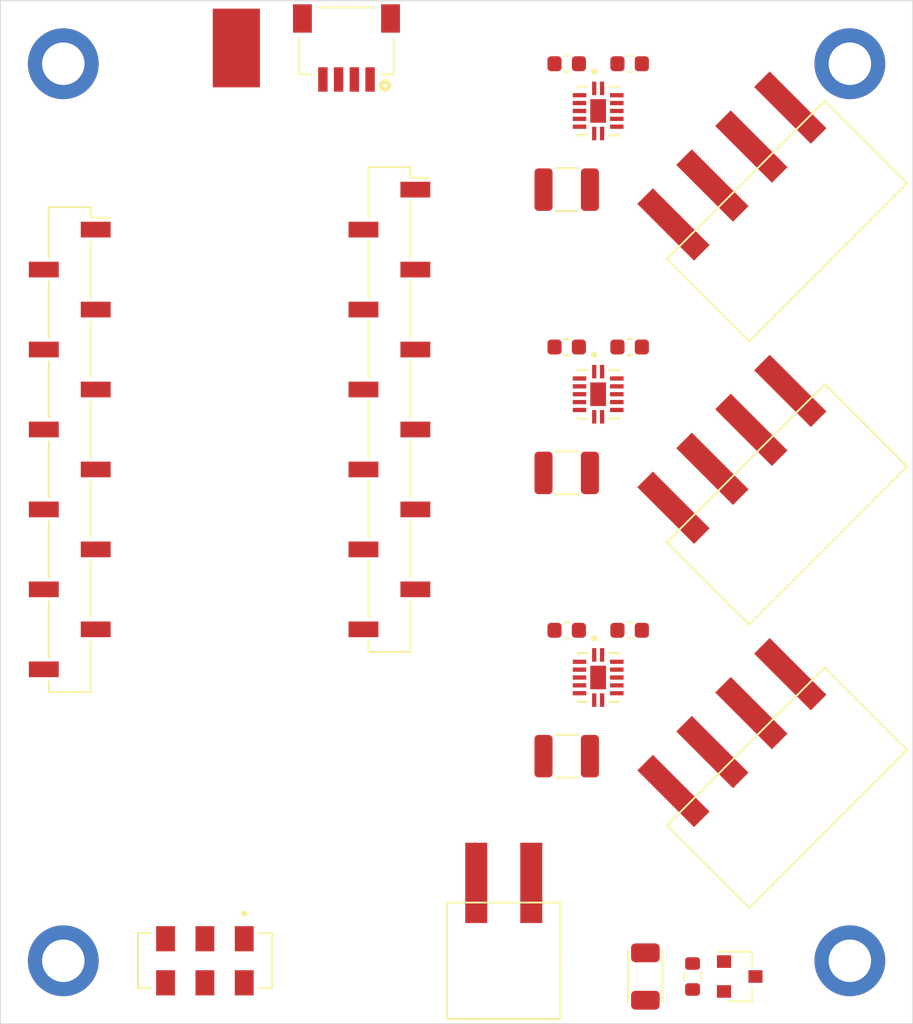
<source format=kicad_pcb>
(kicad_pcb (version 20171130) (host pcbnew 5.1.7-a382d34a8~88~ubuntu18.04.1)

  (general
    (thickness 1.6)
    (drawings 13)
    (tracks 0)
    (zones 0)
    (modules 28)
    (nets 53)
  )

  (page A4)
  (layers
    (0 F.Cu signal)
    (31 B.Cu signal)
    (32 B.Adhes user)
    (33 F.Adhes user)
    (34 B.Paste user)
    (35 F.Paste user)
    (36 B.SilkS user)
    (37 F.SilkS user)
    (38 B.Mask user)
    (39 F.Mask user)
    (40 Dwgs.User user)
    (41 Cmts.User user)
    (42 Eco1.User user)
    (43 Eco2.User user)
    (44 Edge.Cuts user)
    (45 Margin user)
    (46 B.CrtYd user hide)
    (47 F.CrtYd user hide)
    (48 B.Fab user hide)
    (49 F.Fab user hide)
  )

  (setup
    (last_trace_width 0.25)
    (trace_clearance 0.2)
    (zone_clearance 0.508)
    (zone_45_only no)
    (trace_min 0.2)
    (via_size 0.8)
    (via_drill 0.4)
    (via_min_size 0.4)
    (via_min_drill 0.3)
    (uvia_size 0.3)
    (uvia_drill 0.1)
    (uvias_allowed no)
    (uvia_min_size 0.2)
    (uvia_min_drill 0.1)
    (edge_width 0.05)
    (segment_width 0.2)
    (pcb_text_width 0.3)
    (pcb_text_size 1.5 1.5)
    (mod_edge_width 0.12)
    (mod_text_size 1 1)
    (mod_text_width 0.15)
    (pad_size 1.524 1.524)
    (pad_drill 0.762)
    (pad_to_mask_clearance 0)
    (aux_axis_origin 0 0)
    (grid_origin 71.12 36.79)
    (visible_elements FFFFFF7F)
    (pcbplotparams
      (layerselection 0x010fc_ffffffff)
      (usegerberextensions false)
      (usegerberattributes true)
      (usegerberadvancedattributes true)
      (creategerberjobfile true)
      (excludeedgelayer true)
      (linewidth 0.100000)
      (plotframeref false)
      (viasonmask false)
      (mode 1)
      (useauxorigin false)
      (hpglpennumber 1)
      (hpglpenspeed 20)
      (hpglpendiameter 15.000000)
      (psnegative false)
      (psa4output false)
      (plotreference true)
      (plotvalue true)
      (plotinvisibletext false)
      (padsonsilk false)
      (subtractmaskfromsilk false)
      (outputformat 1)
      (mirror false)
      (drillshape 1)
      (scaleselection 1)
      (outputdirectory ""))
  )

  (net 0 "")
  (net 1 GND)
  (net 2 VDD)
  (net 3 +BATT)
  (net 4 "Net-(J1-Pad1)")
  (net 5 "Net-(J2-Pad3)")
  (net 6 "Net-(J2-Pad2)")
  (net 7 /P0.21)
  (net 8 /P0.15)
  (net 9 /P0.19)
  (net 10 /TX)
  (net 11 /RX)
  (net 12 /P0.09)
  (net 13 /P0.17)
  (net 14 /P0.13)
  (net 15 /P0.23)
  (net 16 /P0.22)
  (net 17 /P0.10)
  (net 18 "Net-(J4-Pad3)")
  (net 19 "Net-(J4-Pad2)")
  (net 20 "Net-(J5-Pad11)")
  (net 21 /P0.04)
  (net 22 /P0.29)
  (net 23 /P1.15)
  (net 24 /P0.03)
  (net 25 /P1.10)
  (net 26 /P0.05)
  (net 27 /P0.02)
  (net 28 /P1.03)
  (net 29 /P1.14)
  (net 30 "Net-(J7-Pad3)")
  (net 31 "Net-(J7-Pad2)")
  (net 32 "Net-(Q1-Pad2)")
  (net 33 "Net-(Q1-Pad1)")
  (net 34 "Net-(S1-Pad6)")
  (net 35 "Net-(S1-Pad5)")
  (net 36 "Net-(S1-Pad4)")
  (net 37 "Net-(S1-Pad1)")
  (net 38 "Net-(U1-Pad11)")
  (net 39 "Net-(U1-Pad10)")
  (net 40 "Net-(U1-Pad9)")
  (net 41 "Net-(U1-Pad5)")
  (net 42 "Net-(U1-Pad4)")
  (net 43 "Net-(U2-Pad11)")
  (net 44 "Net-(U2-Pad10)")
  (net 45 "Net-(U2-Pad9)")
  (net 46 "Net-(U2-Pad5)")
  (net 47 "Net-(U2-Pad4)")
  (net 48 "Net-(U3-Pad11)")
  (net 49 "Net-(U3-Pad10)")
  (net 50 "Net-(U3-Pad9)")
  (net 51 "Net-(U3-Pad5)")
  (net 52 "Net-(U3-Pad4)")

  (net_class Default "This is the default net class."
    (clearance 0.2)
    (trace_width 0.25)
    (via_dia 0.8)
    (via_drill 0.4)
    (uvia_dia 0.3)
    (uvia_drill 0.1)
    (add_net +BATT)
    (add_net /P0.02)
    (add_net /P0.03)
    (add_net /P0.04)
    (add_net /P0.05)
    (add_net /P0.09)
    (add_net /P0.10)
    (add_net /P0.13)
    (add_net /P0.15)
    (add_net /P0.17)
    (add_net /P0.19)
    (add_net /P0.21)
    (add_net /P0.22)
    (add_net /P0.23)
    (add_net /P0.29)
    (add_net /P1.03)
    (add_net /P1.10)
    (add_net /P1.14)
    (add_net /P1.15)
    (add_net /RX)
    (add_net /TX)
    (add_net GND)
    (add_net "Net-(J1-Pad1)")
    (add_net "Net-(J2-Pad2)")
    (add_net "Net-(J2-Pad3)")
    (add_net "Net-(J4-Pad2)")
    (add_net "Net-(J4-Pad3)")
    (add_net "Net-(J5-Pad11)")
    (add_net "Net-(J7-Pad2)")
    (add_net "Net-(J7-Pad3)")
    (add_net "Net-(Q1-Pad1)")
    (add_net "Net-(Q1-Pad2)")
    (add_net "Net-(S1-Pad1)")
    (add_net "Net-(S1-Pad4)")
    (add_net "Net-(S1-Pad5)")
    (add_net "Net-(S1-Pad6)")
    (add_net "Net-(U1-Pad10)")
    (add_net "Net-(U1-Pad11)")
    (add_net "Net-(U1-Pad4)")
    (add_net "Net-(U1-Pad5)")
    (add_net "Net-(U1-Pad9)")
    (add_net "Net-(U2-Pad10)")
    (add_net "Net-(U2-Pad11)")
    (add_net "Net-(U2-Pad4)")
    (add_net "Net-(U2-Pad5)")
    (add_net "Net-(U2-Pad9)")
    (add_net "Net-(U3-Pad10)")
    (add_net "Net-(U3-Pad11)")
    (add_net "Net-(U3-Pad4)")
    (add_net "Net-(U3-Pad5)")
    (add_net "Net-(U3-Pad9)")
    (add_net VDD)
  )

  (module TZ042101B000G:TZ042101B000G (layer F.Cu) (tedit 636307B0) (tstamp 63697ACC)
    (at 95.12 74.79 45)
    (path /636497F0)
    (fp_text reference J7 (at 0 5.85 45) (layer F.Fab)
      (effects (font (size 1 1) (thickness 0.15)))
    )
    (fp_text value Conn_01x04_Female (at 0 4.85 45) (layer F.Fab)
      (effects (font (size 1 1) (thickness 0.15)))
    )
    (fp_line (start 3.6 3.7) (end 0 3.7) (layer F.SilkS) (width 0.12))
    (fp_line (start 7.1 -3.7) (end 7.1 3.7) (layer F.SilkS) (width 0.12))
    (fp_line (start -3.6 -3.7) (end 3.6 -3.7) (layer F.SilkS) (width 0.12))
    (fp_line (start -7.1 3.7) (end -7.1 -3.7) (layer F.SilkS) (width 0.12))
    (fp_line (start 0 3.7) (end -3.6 3.7) (layer F.SilkS) (width 0.12))
    (fp_line (start 7.1 3.7) (end 3.6 3.7) (layer F.SilkS) (width 0.12))
    (fp_line (start -3.6 3.7) (end -7.1 3.7) (layer F.SilkS) (width 0.12))
    (fp_line (start -7.1 -3.7) (end -3.6 -3.7) (layer F.SilkS) (width 0.12))
    (fp_line (start 3.6 -3.7) (end 7.1 -3.7) (layer F.SilkS) (width 0.12))
    (pad 1 smd rect (at -5.25 -4.95 45) (size 1.4 5.1) (layers F.Cu F.Paste F.Mask)
      (net 3 +BATT))
    (pad 4 smd rect (at 5.25 -4.95 45) (size 1.4 5.1) (layers F.Cu F.Paste F.Mask)
      (net 1 GND))
    (pad 3 smd rect (at 1.75 -4.95 45) (size 1.4 5.1) (layers F.Cu F.Paste F.Mask)
      (net 30 "Net-(J7-Pad3)"))
    (pad 2 smd rect (at -1.75 -4.95 45) (size 1.4 5.1) (layers F.Cu F.Paste F.Mask)
      (net 31 "Net-(J7-Pad2)"))
    (pad "" np_thru_hole circle (at 8 0 45) (size 1.7 1.7) (drill 1.7) (layers *.Cu *.Mask))
    (pad "" np_thru_hole circle (at -8 0 45) (size 1.7 1.7) (drill 1.7) (layers *.Cu *.Mask))
  )

  (module TZ042101B000G:TZ042101B000G (layer F.Cu) (tedit 636307B0) (tstamp 63697A96)
    (at 95.12 56.79 45)
    (path /637A4856)
    (fp_text reference J4 (at 0 5.85 45) (layer F.Fab)
      (effects (font (size 1 1) (thickness 0.15)))
    )
    (fp_text value Conn_01x04_Female (at 0 4.85 45) (layer F.Fab)
      (effects (font (size 1 1) (thickness 0.15)))
    )
    (fp_line (start 3.6 3.7) (end 0 3.7) (layer F.SilkS) (width 0.12))
    (fp_line (start 7.1 -3.7) (end 7.1 3.7) (layer F.SilkS) (width 0.12))
    (fp_line (start -3.6 -3.7) (end 3.6 -3.7) (layer F.SilkS) (width 0.12))
    (fp_line (start -7.1 3.7) (end -7.1 -3.7) (layer F.SilkS) (width 0.12))
    (fp_line (start 0 3.7) (end -3.6 3.7) (layer F.SilkS) (width 0.12))
    (fp_line (start 7.1 3.7) (end 3.6 3.7) (layer F.SilkS) (width 0.12))
    (fp_line (start -3.6 3.7) (end -7.1 3.7) (layer F.SilkS) (width 0.12))
    (fp_line (start -7.1 -3.7) (end -3.6 -3.7) (layer F.SilkS) (width 0.12))
    (fp_line (start 3.6 -3.7) (end 7.1 -3.7) (layer F.SilkS) (width 0.12))
    (pad 1 smd rect (at -5.25 -4.95 45) (size 1.4 5.1) (layers F.Cu F.Paste F.Mask)
      (net 3 +BATT))
    (pad 4 smd rect (at 5.25 -4.95 45) (size 1.4 5.1) (layers F.Cu F.Paste F.Mask)
      (net 1 GND))
    (pad 3 smd rect (at 1.75 -4.95 45) (size 1.4 5.1) (layers F.Cu F.Paste F.Mask)
      (net 18 "Net-(J4-Pad3)"))
    (pad 2 smd rect (at -1.75 -4.95 45) (size 1.4 5.1) (layers F.Cu F.Paste F.Mask)
      (net 19 "Net-(J4-Pad2)"))
    (pad "" np_thru_hole circle (at 8 0 45) (size 1.7 1.7) (drill 1.7) (layers *.Cu *.Mask))
    (pad "" np_thru_hole circle (at -8 0 45) (size 1.7 1.7) (drill 1.7) (layers *.Cu *.Mask))
  )

  (module TZ042101B000G:TZ042101B000G (layer F.Cu) (tedit 636307B0) (tstamp 63697B02)
    (at 95.12 38.79 45)
    (path /637A9D9B)
    (fp_text reference J2 (at 0 5.85 45) (layer F.Fab)
      (effects (font (size 1 1) (thickness 0.15)))
    )
    (fp_text value Conn_01x04_Female (at 0 4.85 45) (layer F.Fab)
      (effects (font (size 1 1) (thickness 0.15)))
    )
    (fp_line (start 3.6 3.7) (end 0 3.7) (layer F.SilkS) (width 0.12))
    (fp_line (start 7.1 -3.7) (end 7.1 3.7) (layer F.SilkS) (width 0.12))
    (fp_line (start -3.6 -3.7) (end 3.6 -3.7) (layer F.SilkS) (width 0.12))
    (fp_line (start -7.1 3.7) (end -7.1 -3.7) (layer F.SilkS) (width 0.12))
    (fp_line (start 0 3.7) (end -3.6 3.7) (layer F.SilkS) (width 0.12))
    (fp_line (start 7.1 3.7) (end 3.6 3.7) (layer F.SilkS) (width 0.12))
    (fp_line (start -3.6 3.7) (end -7.1 3.7) (layer F.SilkS) (width 0.12))
    (fp_line (start -7.1 -3.7) (end -3.6 -3.7) (layer F.SilkS) (width 0.12))
    (fp_line (start 3.6 -3.7) (end 7.1 -3.7) (layer F.SilkS) (width 0.12))
    (pad 1 smd rect (at -5.25 -4.95 45) (size 1.4 5.1) (layers F.Cu F.Paste F.Mask)
      (net 3 +BATT))
    (pad 4 smd rect (at 5.25 -4.95 45) (size 1.4 5.1) (layers F.Cu F.Paste F.Mask)
      (net 1 GND))
    (pad 3 smd rect (at 1.75 -4.95 45) (size 1.4 5.1) (layers F.Cu F.Paste F.Mask)
      (net 5 "Net-(J2-Pad3)"))
    (pad 2 smd rect (at -1.75 -4.95 45) (size 1.4 5.1) (layers F.Cu F.Paste F.Mask)
      (net 6 "Net-(J2-Pad2)"))
    (pad "" np_thru_hole circle (at 8 0 45) (size 1.7 1.7) (drill 1.7) (layers *.Cu *.Mask))
    (pad "" np_thru_hole circle (at -8 0 45) (size 1.7 1.7) (drill 1.7) (layers *.Cu *.Mask))
  )

  (module Connector_Wire:SolderWirePad_1x01_SMD_5x10mm (layer F.Cu) (tedit 6366F85F) (tstamp 6366D8AC)
    (at 60.12 27.79 180)
    (descr "Wire Pad, Square, SMD Pad,  5mm x 10mm,")
    (tags "MesurementPoint Square SMDPad 5mmx10mm ")
    (path /638A991A)
    (attr smd virtual)
    (fp_text reference J6 (at 0 -3.81) (layer F.Fab)
      (effects (font (size 1 1) (thickness 0.15)))
    )
    (fp_text value Conn_01x01_Female (at 0 3.8) (layer F.Fab)
      (effects (font (size 1 1) (thickness 0.15)))
    )
    (fp_text user %R (at 0 0) (layer F.Fab)
      (effects (font (size 1 1) (thickness 0.15)))
    )
    (pad 1 smd rect (at 0 0 180) (size 3 5) (layers F.Cu F.Paste F.Mask)
      (net 16 /P0.22))
  )

  (module TXU0204BQAR:TXU0204BQAR (layer F.Cu) (tedit 63626F5C) (tstamp 63697D9A)
    (at 83.12 67.79)
    (path /63631827)
    (fp_text reference U3 (at 0.765 -3.75) (layer F.Fab)
      (effects (font (size 1 1) (thickness 0.15)))
    )
    (fp_text value TXU0204BQAR (at 0 3.4) (layer F.Fab)
      (effects (font (size 1 1) (thickness 0.15)))
    )
    (fp_line (start 1.865 2.115) (end 1.865 -2.115) (layer F.CrtYd) (width 0.05))
    (fp_line (start -1.865 2.115) (end -1.865 -2.115) (layer F.CrtYd) (width 0.05))
    (fp_line (start -1.865 -2.115) (end 1.865 -2.115) (layer F.CrtYd) (width 0.05))
    (fp_line (start -1.865 2.115) (end 1.865 2.115) (layer F.CrtYd) (width 0.05))
    (fp_line (start -1.3 -1.55) (end -1.3 -1.455) (layer F.SilkS) (width 0.127))
    (fp_line (start -1.3 1.55) (end -1.3 1.455) (layer F.SilkS) (width 0.127))
    (fp_line (start 1.3 -1.55) (end 1.3 -1.455) (layer F.SilkS) (width 0.127))
    (fp_line (start 1.3 1.55) (end 1.3 1.455) (layer F.SilkS) (width 0.127))
    (fp_line (start -1.3 -1.55) (end -0.705 -1.55) (layer F.SilkS) (width 0.127))
    (fp_line (start -1.3 1.55) (end -0.705 1.55) (layer F.SilkS) (width 0.127))
    (fp_line (start 1.3 -1.55) (end 0.705 -1.55) (layer F.SilkS) (width 0.127))
    (fp_line (start 1.3 1.55) (end 0.705 1.55) (layer F.SilkS) (width 0.127))
    (fp_line (start -1.3 1.55) (end -1.3 -1.55) (layer F.Fab) (width 0.127))
    (fp_line (start 1.3 1.55) (end 1.3 -1.55) (layer F.Fab) (width 0.127))
    (fp_line (start 1.3 -1.55) (end -1.3 -1.55) (layer F.Fab) (width 0.127))
    (fp_line (start 1.3 1.55) (end -1.3 1.55) (layer F.Fab) (width 0.127))
    (fp_circle (center -0.25 -2.5) (end -0.15 -2.5) (layer F.Fab) (width 0.2))
    (fp_circle (center -0.25 -2.5) (end -0.15 -2.5) (layer F.SilkS) (width 0.2))
    (fp_poly (pts (xy -0.32 -0.47) (xy 0.32 -0.47) (xy 0.32 0.47) (xy -0.32 0.47)) (layer F.Paste) (width 0.01))
    (pad 15 smd rect (at 0 0) (size 1 1.5) (layers F.Cu F.Mask))
    (pad 13 smd roundrect (at 1.185 -1) (size 0.86 0.27) (layers F.Cu F.Paste F.Mask) (roundrect_rratio 0.03)
      (net 30 "Net-(J7-Pad3)"))
    (pad 12 smd roundrect (at 1.185 -0.5) (size 0.86 0.27) (layers F.Cu F.Paste F.Mask) (roundrect_rratio 0.03)
      (net 31 "Net-(J7-Pad2)"))
    (pad 11 smd roundrect (at 1.185 0) (size 0.86 0.27) (layers F.Cu F.Paste F.Mask) (roundrect_rratio 0.03)
      (net 48 "Net-(U3-Pad11)"))
    (pad 10 smd roundrect (at 1.185 0.5) (size 0.86 0.27) (layers F.Cu F.Paste F.Mask) (roundrect_rratio 0.03)
      (net 49 "Net-(U3-Pad10)"))
    (pad 9 smd roundrect (at 1.185 1) (size 0.86 0.27) (layers F.Cu F.Paste F.Mask) (roundrect_rratio 0.03)
      (net 50 "Net-(U3-Pad9)"))
    (pad 6 smd roundrect (at -1.185 1) (size 0.86 0.27) (layers F.Cu F.Paste F.Mask) (roundrect_rratio 0.03))
    (pad 5 smd roundrect (at -1.185 0.5) (size 0.86 0.27) (layers F.Cu F.Paste F.Mask) (roundrect_rratio 0.03)
      (net 51 "Net-(U3-Pad5)"))
    (pad 4 smd roundrect (at -1.185 0) (size 0.86 0.27) (layers F.Cu F.Paste F.Mask) (roundrect_rratio 0.03)
      (net 52 "Net-(U3-Pad4)"))
    (pad 3 smd roundrect (at -1.185 -0.5) (size 0.86 0.27) (layers F.Cu F.Paste F.Mask) (roundrect_rratio 0.03)
      (net 27 /P0.02))
    (pad 2 smd roundrect (at -1.185 -1) (size 0.86 0.27) (layers F.Cu F.Paste F.Mask) (roundrect_rratio 0.03)
      (net 23 /P1.15))
    (pad 1 smd roundrect (at -0.25 -1.435 90) (size 0.86 0.27) (layers F.Cu F.Paste F.Mask) (roundrect_rratio 0.03)
      (net 2 VDD))
    (pad 14 smd roundrect (at 0.25 -1.435 90) (size 0.86 0.27) (layers F.Cu F.Paste F.Mask) (roundrect_rratio 0.03)
      (net 3 +BATT))
    (pad 8 smd roundrect (at 0.25 1.435 90) (size 0.86 0.27) (layers F.Cu F.Paste F.Mask) (roundrect_rratio 0.03)
      (net 2 VDD))
    (pad 7 smd roundrect (at -0.25 1.435 90) (size 0.86 0.27) (layers F.Cu F.Paste F.Mask) (roundrect_rratio 0.03)
      (net 1 GND))
    (model ${KIPRJMOD}/kicad-library/TXU0204BQAR/BQA0014A.stp
      (at (xyz 0 0 0))
      (scale (xyz 1 1 1))
      (rotate (xyz 0 0 0))
    )
  )

  (module TXU0204BQAR:TXU0204BQAR (layer F.Cu) (tedit 63626F5C) (tstamp 63697CB3)
    (at 83.12 49.79)
    (path /637A4850)
    (fp_text reference U2 (at 0.765 -3.75) (layer F.Fab)
      (effects (font (size 1 1) (thickness 0.15)))
    )
    (fp_text value TXU0204BQAR (at 0 3.4) (layer F.Fab)
      (effects (font (size 1 1) (thickness 0.15)))
    )
    (fp_line (start 1.865 2.115) (end 1.865 -2.115) (layer F.CrtYd) (width 0.05))
    (fp_line (start -1.865 2.115) (end -1.865 -2.115) (layer F.CrtYd) (width 0.05))
    (fp_line (start -1.865 -2.115) (end 1.865 -2.115) (layer F.CrtYd) (width 0.05))
    (fp_line (start -1.865 2.115) (end 1.865 2.115) (layer F.CrtYd) (width 0.05))
    (fp_line (start -1.3 -1.55) (end -1.3 -1.455) (layer F.SilkS) (width 0.127))
    (fp_line (start -1.3 1.55) (end -1.3 1.455) (layer F.SilkS) (width 0.127))
    (fp_line (start 1.3 -1.55) (end 1.3 -1.455) (layer F.SilkS) (width 0.127))
    (fp_line (start 1.3 1.55) (end 1.3 1.455) (layer F.SilkS) (width 0.127))
    (fp_line (start -1.3 -1.55) (end -0.705 -1.55) (layer F.SilkS) (width 0.127))
    (fp_line (start -1.3 1.55) (end -0.705 1.55) (layer F.SilkS) (width 0.127))
    (fp_line (start 1.3 -1.55) (end 0.705 -1.55) (layer F.SilkS) (width 0.127))
    (fp_line (start 1.3 1.55) (end 0.705 1.55) (layer F.SilkS) (width 0.127))
    (fp_line (start -1.3 1.55) (end -1.3 -1.55) (layer F.Fab) (width 0.127))
    (fp_line (start 1.3 1.55) (end 1.3 -1.55) (layer F.Fab) (width 0.127))
    (fp_line (start 1.3 -1.55) (end -1.3 -1.55) (layer F.Fab) (width 0.127))
    (fp_line (start 1.3 1.55) (end -1.3 1.55) (layer F.Fab) (width 0.127))
    (fp_circle (center -0.25 -2.5) (end -0.15 -2.5) (layer F.Fab) (width 0.2))
    (fp_circle (center -0.25 -2.5) (end -0.15 -2.5) (layer F.SilkS) (width 0.2))
    (fp_poly (pts (xy -0.32 -0.47) (xy 0.32 -0.47) (xy 0.32 0.47) (xy -0.32 0.47)) (layer F.Paste) (width 0.01))
    (pad 15 smd rect (at 0 0) (size 1 1.5) (layers F.Cu F.Mask))
    (pad 13 smd roundrect (at 1.185 -1) (size 0.86 0.27) (layers F.Cu F.Paste F.Mask) (roundrect_rratio 0.03)
      (net 18 "Net-(J4-Pad3)"))
    (pad 12 smd roundrect (at 1.185 -0.5) (size 0.86 0.27) (layers F.Cu F.Paste F.Mask) (roundrect_rratio 0.03)
      (net 19 "Net-(J4-Pad2)"))
    (pad 11 smd roundrect (at 1.185 0) (size 0.86 0.27) (layers F.Cu F.Paste F.Mask) (roundrect_rratio 0.03)
      (net 43 "Net-(U2-Pad11)"))
    (pad 10 smd roundrect (at 1.185 0.5) (size 0.86 0.27) (layers F.Cu F.Paste F.Mask) (roundrect_rratio 0.03)
      (net 44 "Net-(U2-Pad10)"))
    (pad 9 smd roundrect (at 1.185 1) (size 0.86 0.27) (layers F.Cu F.Paste F.Mask) (roundrect_rratio 0.03)
      (net 45 "Net-(U2-Pad9)"))
    (pad 6 smd roundrect (at -1.185 1) (size 0.86 0.27) (layers F.Cu F.Paste F.Mask) (roundrect_rratio 0.03))
    (pad 5 smd roundrect (at -1.185 0.5) (size 0.86 0.27) (layers F.Cu F.Paste F.Mask) (roundrect_rratio 0.03)
      (net 46 "Net-(U2-Pad5)"))
    (pad 4 smd roundrect (at -1.185 0) (size 0.86 0.27) (layers F.Cu F.Paste F.Mask) (roundrect_rratio 0.03)
      (net 47 "Net-(U2-Pad4)"))
    (pad 3 smd roundrect (at -1.185 -0.5) (size 0.86 0.27) (layers F.Cu F.Paste F.Mask) (roundrect_rratio 0.03)
      (net 28 /P1.03))
    (pad 2 smd roundrect (at -1.185 -1) (size 0.86 0.27) (layers F.Cu F.Paste F.Mask) (roundrect_rratio 0.03)
      (net 24 /P0.03))
    (pad 1 smd roundrect (at -0.25 -1.435 90) (size 0.86 0.27) (layers F.Cu F.Paste F.Mask) (roundrect_rratio 0.03)
      (net 2 VDD))
    (pad 14 smd roundrect (at 0.25 -1.435 90) (size 0.86 0.27) (layers F.Cu F.Paste F.Mask) (roundrect_rratio 0.03)
      (net 3 +BATT))
    (pad 8 smd roundrect (at 0.25 1.435 90) (size 0.86 0.27) (layers F.Cu F.Paste F.Mask) (roundrect_rratio 0.03)
      (net 2 VDD))
    (pad 7 smd roundrect (at -0.25 1.435 90) (size 0.86 0.27) (layers F.Cu F.Paste F.Mask) (roundrect_rratio 0.03)
      (net 1 GND))
    (model ${KIPRJMOD}/kicad-library/TXU0204BQAR/BQA0014A.stp
      (at (xyz 0 0 0))
      (scale (xyz 1 1 1))
      (rotate (xyz 0 0 0))
    )
  )

  (module TXU0204BQAR:TXU0204BQAR (layer F.Cu) (tedit 63626F5C) (tstamp 63697E09)
    (at 83.12 31.79)
    (path /637A9D95)
    (fp_text reference U1 (at 0.765 -3.75) (layer F.Fab)
      (effects (font (size 1 1) (thickness 0.15)))
    )
    (fp_text value TXU0204BQAR (at 0 3.4) (layer F.Fab)
      (effects (font (size 1 1) (thickness 0.15)))
    )
    (fp_line (start 1.865 2.115) (end 1.865 -2.115) (layer F.CrtYd) (width 0.05))
    (fp_line (start -1.865 2.115) (end -1.865 -2.115) (layer F.CrtYd) (width 0.05))
    (fp_line (start -1.865 -2.115) (end 1.865 -2.115) (layer F.CrtYd) (width 0.05))
    (fp_line (start -1.865 2.115) (end 1.865 2.115) (layer F.CrtYd) (width 0.05))
    (fp_line (start -1.3 -1.55) (end -1.3 -1.455) (layer F.SilkS) (width 0.127))
    (fp_line (start -1.3 1.55) (end -1.3 1.455) (layer F.SilkS) (width 0.127))
    (fp_line (start 1.3 -1.55) (end 1.3 -1.455) (layer F.SilkS) (width 0.127))
    (fp_line (start 1.3 1.55) (end 1.3 1.455) (layer F.SilkS) (width 0.127))
    (fp_line (start -1.3 -1.55) (end -0.705 -1.55) (layer F.SilkS) (width 0.127))
    (fp_line (start -1.3 1.55) (end -0.705 1.55) (layer F.SilkS) (width 0.127))
    (fp_line (start 1.3 -1.55) (end 0.705 -1.55) (layer F.SilkS) (width 0.127))
    (fp_line (start 1.3 1.55) (end 0.705 1.55) (layer F.SilkS) (width 0.127))
    (fp_line (start -1.3 1.55) (end -1.3 -1.55) (layer F.Fab) (width 0.127))
    (fp_line (start 1.3 1.55) (end 1.3 -1.55) (layer F.Fab) (width 0.127))
    (fp_line (start 1.3 -1.55) (end -1.3 -1.55) (layer F.Fab) (width 0.127))
    (fp_line (start 1.3 1.55) (end -1.3 1.55) (layer F.Fab) (width 0.127))
    (fp_circle (center -0.25 -2.5) (end -0.15 -2.5) (layer F.Fab) (width 0.2))
    (fp_circle (center -0.25 -2.5) (end -0.15 -2.5) (layer F.SilkS) (width 0.2))
    (fp_poly (pts (xy -0.32 -0.47) (xy 0.32 -0.47) (xy 0.32 0.47) (xy -0.32 0.47)) (layer F.Paste) (width 0.01))
    (pad 15 smd rect (at 0 0) (size 1 1.5) (layers F.Cu F.Mask))
    (pad 13 smd roundrect (at 1.185 -1) (size 0.86 0.27) (layers F.Cu F.Paste F.Mask) (roundrect_rratio 0.03)
      (net 5 "Net-(J2-Pad3)"))
    (pad 12 smd roundrect (at 1.185 -0.5) (size 0.86 0.27) (layers F.Cu F.Paste F.Mask) (roundrect_rratio 0.03)
      (net 6 "Net-(J2-Pad2)"))
    (pad 11 smd roundrect (at 1.185 0) (size 0.86 0.27) (layers F.Cu F.Paste F.Mask) (roundrect_rratio 0.03)
      (net 38 "Net-(U1-Pad11)"))
    (pad 10 smd roundrect (at 1.185 0.5) (size 0.86 0.27) (layers F.Cu F.Paste F.Mask) (roundrect_rratio 0.03)
      (net 39 "Net-(U1-Pad10)"))
    (pad 9 smd roundrect (at 1.185 1) (size 0.86 0.27) (layers F.Cu F.Paste F.Mask) (roundrect_rratio 0.03)
      (net 40 "Net-(U1-Pad9)"))
    (pad 6 smd roundrect (at -1.185 1) (size 0.86 0.27) (layers F.Cu F.Paste F.Mask) (roundrect_rratio 0.03))
    (pad 5 smd roundrect (at -1.185 0.5) (size 0.86 0.27) (layers F.Cu F.Paste F.Mask) (roundrect_rratio 0.03)
      (net 41 "Net-(U1-Pad5)"))
    (pad 4 smd roundrect (at -1.185 0) (size 0.86 0.27) (layers F.Cu F.Paste F.Mask) (roundrect_rratio 0.03)
      (net 42 "Net-(U1-Pad4)"))
    (pad 3 smd roundrect (at -1.185 -0.5) (size 0.86 0.27) (layers F.Cu F.Paste F.Mask) (roundrect_rratio 0.03)
      (net 29 /P1.14))
    (pad 2 smd roundrect (at -1.185 -1) (size 0.86 0.27) (layers F.Cu F.Paste F.Mask) (roundrect_rratio 0.03)
      (net 25 /P1.10))
    (pad 1 smd roundrect (at -0.25 -1.435 90) (size 0.86 0.27) (layers F.Cu F.Paste F.Mask) (roundrect_rratio 0.03)
      (net 2 VDD))
    (pad 14 smd roundrect (at 0.25 -1.435 90) (size 0.86 0.27) (layers F.Cu F.Paste F.Mask) (roundrect_rratio 0.03)
      (net 3 +BATT))
    (pad 8 smd roundrect (at 0.25 1.435 90) (size 0.86 0.27) (layers F.Cu F.Paste F.Mask) (roundrect_rratio 0.03)
      (net 2 VDD))
    (pad 7 smd roundrect (at -0.25 1.435 90) (size 0.86 0.27) (layers F.Cu F.Paste F.Mask) (roundrect_rratio 0.03)
      (net 1 GND))
    (model ${KIPRJMOD}/kicad-library/TXU0204BQAR/BQA0014A.stp
      (at (xyz 0 0 0))
      (scale (xyz 1 1 1))
      (rotate (xyz 0 0 0))
    )
  )

  (module CL-SB-22A-02T:SW_CL-SB-22A-02T (layer F.Cu) (tedit 63628912) (tstamp 6366D928)
    (at 58.12 85.79 180)
    (path /63691386)
    (fp_text reference S1 (at -1.325 -4.135) (layer F.Fab)
      (effects (font (size 1 1) (thickness 0.15)))
    )
    (fp_text value CL-SB-22A-02T (at 5.66 4.135) (layer F.Fab)
      (effects (font (size 1 1) (thickness 0.15)))
    )
    (fp_circle (center -2.5 3) (end -2.4 3) (layer F.Fab) (width 0.2))
    (fp_circle (center -2.5 3) (end -2.4 3) (layer F.SilkS) (width 0.2))
    (fp_line (start 4.5 -2.45) (end -4.5 -2.45) (layer F.CrtYd) (width 0.05))
    (fp_line (start 4.5 2.45) (end 4.5 -2.45) (layer F.CrtYd) (width 0.05))
    (fp_line (start -4.5 2.45) (end 4.5 2.45) (layer F.CrtYd) (width 0.05))
    (fp_line (start -4.5 -2.45) (end -4.5 2.45) (layer F.CrtYd) (width 0.05))
    (fp_line (start -4.25 1.75) (end -4.25 -1.75) (layer F.SilkS) (width 0.127))
    (fp_line (start 4.25 -1.75) (end 4.25 1.75) (layer F.SilkS) (width 0.127))
    (fp_line (start 4.25 1.75) (end 3.42 1.75) (layer F.SilkS) (width 0.127))
    (fp_line (start -3.42 1.75) (end -4.25 1.75) (layer F.SilkS) (width 0.127))
    (fp_line (start 3.42 -1.75) (end 4.25 -1.75) (layer F.SilkS) (width 0.127))
    (fp_line (start -4.25 -1.75) (end -3.42 -1.75) (layer F.SilkS) (width 0.127))
    (fp_line (start -4.25 1.75) (end -4.25 -1.75) (layer F.Fab) (width 0.127))
    (fp_line (start 4.25 1.75) (end -4.25 1.75) (layer F.Fab) (width 0.127))
    (fp_line (start 4.25 -1.75) (end 4.25 1.75) (layer F.Fab) (width 0.127))
    (fp_line (start -4.25 -1.75) (end 4.25 -1.75) (layer F.Fab) (width 0.127))
    (pad 6 smd rect (at 2.5 -1.4 180) (size 1.2 1.6) (layers F.Cu F.Paste F.Mask)
      (net 34 "Net-(S1-Pad6)"))
    (pad 5 smd rect (at 0 -1.4 180) (size 1.2 1.6) (layers F.Cu F.Paste F.Mask)
      (net 35 "Net-(S1-Pad5)"))
    (pad 4 smd rect (at -2.5 -1.4 180) (size 1.2 1.6) (layers F.Cu F.Paste F.Mask)
      (net 36 "Net-(S1-Pad4)"))
    (pad 3 smd rect (at 2.5 1.4 180) (size 1.2 1.6) (layers F.Cu F.Paste F.Mask)
      (net 1 GND))
    (pad 2 smd rect (at 0 1.4 180) (size 1.2 1.6) (layers F.Cu F.Paste F.Mask)
      (net 33 "Net-(Q1-Pad1)"))
    (pad 1 smd rect (at -2.5 1.4 180) (size 1.2 1.6) (layers F.Cu F.Paste F.Mask)
      (net 37 "Net-(S1-Pad1)"))
    (model ${KIPRJMOD}/kicad-library/CL-SB-22A-02T/CL-SB-22A-02T.step
      (at (xyz 0 0 0))
      (scale (xyz 1 1 1))
      (rotate (xyz -90 0 0))
    )
  )

  (module Resistor_SMD:R_0603_1608Metric (layer F.Cu) (tedit 5F68FEEE) (tstamp 6366E6C7)
    (at 89.12 86.79 90)
    (descr "Resistor SMD 0603 (1608 Metric), square (rectangular) end terminal, IPC_7351 nominal, (Body size source: IPC-SM-782 page 72, https://www.pcb-3d.com/wordpress/wp-content/uploads/ipc-sm-782a_amendment_1_and_2.pdf), generated with kicad-footprint-generator")
    (tags resistor)
    (path /6369B139)
    (attr smd)
    (fp_text reference R2 (at 0 -1.43 90) (layer F.SilkS) hide
      (effects (font (size 1 1) (thickness 0.15)))
    )
    (fp_text value 10k (at 0 1.43 90) (layer F.Fab)
      (effects (font (size 1 1) (thickness 0.15)))
    )
    (fp_text user %R (at 0 0 90) (layer F.Fab)
      (effects (font (size 0.4 0.4) (thickness 0.06)))
    )
    (fp_line (start -0.8 0.4125) (end -0.8 -0.4125) (layer F.Fab) (width 0.1))
    (fp_line (start -0.8 -0.4125) (end 0.8 -0.4125) (layer F.Fab) (width 0.1))
    (fp_line (start 0.8 -0.4125) (end 0.8 0.4125) (layer F.Fab) (width 0.1))
    (fp_line (start 0.8 0.4125) (end -0.8 0.4125) (layer F.Fab) (width 0.1))
    (fp_line (start -0.237258 -0.5225) (end 0.237258 -0.5225) (layer F.SilkS) (width 0.12))
    (fp_line (start -0.237258 0.5225) (end 0.237258 0.5225) (layer F.SilkS) (width 0.12))
    (fp_line (start -1.48 0.73) (end -1.48 -0.73) (layer F.CrtYd) (width 0.05))
    (fp_line (start -1.48 -0.73) (end 1.48 -0.73) (layer F.CrtYd) (width 0.05))
    (fp_line (start 1.48 -0.73) (end 1.48 0.73) (layer F.CrtYd) (width 0.05))
    (fp_line (start 1.48 0.73) (end -1.48 0.73) (layer F.CrtYd) (width 0.05))
    (pad 2 smd roundrect (at 0.825 0 90) (size 0.8 0.95) (layers F.Cu F.Paste F.Mask) (roundrect_rratio 0.25)
      (net 33 "Net-(Q1-Pad1)"))
    (pad 1 smd roundrect (at -0.825 0 90) (size 0.8 0.95) (layers F.Cu F.Paste F.Mask) (roundrect_rratio 0.25)
      (net 32 "Net-(Q1-Pad2)"))
    (model ${KISYS3DMOD}/Resistor_SMD.3dshapes/R_0603_1608Metric.wrl
      (at (xyz 0 0 0))
      (scale (xyz 1 1 1))
      (rotate (xyz 0 0 0))
    )
  )

  (module 0ZCJ0050AF2E:RESC3216X125N (layer F.Cu) (tedit 63630A1F) (tstamp 6366D8FD)
    (at 86.12 86.79 270)
    (path /6368D360)
    (fp_text reference R1 (at 0.040025 -2.636935 90) (layer F.Fab)
      (effects (font (size 1.000732 1.000732) (thickness 0.15)))
    )
    (fp_text value 0ZCJ0050AF2E (at 5.12379 2.63695 90) (layer F.Fab)
      (effects (font (size 1.00074 1.00074) (thickness 0.15)))
    )
    (fp_line (start -2.36 1.16) (end -2.36 -1.16) (layer F.CrtYd) (width 0.05))
    (fp_line (start 2.36 1.16) (end -2.36 1.16) (layer F.CrtYd) (width 0.05))
    (fp_line (start 2.36 -1.16) (end 2.36 1.16) (layer F.CrtYd) (width 0.05))
    (fp_line (start -2.36 -1.16) (end 2.36 -1.16) (layer F.CrtYd) (width 0.05))
    (fp_line (start -1.63 1.09) (end 1.63 1.09) (layer F.SilkS) (width 0.127))
    (fp_line (start -1.63 -1.09) (end 1.63 -1.09) (layer F.SilkS) (width 0.127))
    (fp_line (start -1.75 0.9) (end -1.75 -0.9) (layer F.Fab) (width 0.127))
    (fp_line (start 1.75 0.9) (end -1.75 0.9) (layer F.Fab) (width 0.127))
    (fp_line (start 1.75 -0.9) (end 1.75 0.9) (layer F.Fab) (width 0.127))
    (fp_line (start -1.75 -0.9) (end 1.75 -0.9) (layer F.Fab) (width 0.127))
    (pad 2 smd roundrect (at 1.505 0 270) (size 1.2 1.82) (layers F.Cu F.Paste F.Mask) (roundrect_rratio 0.23)
      (net 32 "Net-(Q1-Pad2)"))
    (pad 1 smd roundrect (at -1.505 0 270) (size 1.2 1.82) (layers F.Cu F.Paste F.Mask) (roundrect_rratio 0.23)
      (net 4 "Net-(J1-Pad1)"))
    (model ${KIPRJMOD}/kicad-library/0ZCJ0050AF2E/0ZCJ0050AF2E.step
      (at (xyz 0 0 0))
      (scale (xyz 1 1 1))
      (rotate (xyz -90 0 0))
    )
  )

  (module Package_TO_SOT_SMD:SOT-23 (layer F.Cu) (tedit 5A02FF57) (tstamp 6366D8ED)
    (at 92.12 86.79)
    (descr "SOT-23, Standard")
    (tags SOT-23)
    (path /636928F3)
    (attr smd)
    (fp_text reference Q1 (at 0 -2.5) (layer F.SilkS) hide
      (effects (font (size 1 1) (thickness 0.15)))
    )
    (fp_text value Q_PMOS_GSD (at 0 2.5) (layer F.Fab)
      (effects (font (size 1 1) (thickness 0.15)))
    )
    (fp_text user %R (at 0 0 90) (layer F.Fab)
      (effects (font (size 0.5 0.5) (thickness 0.075)))
    )
    (fp_line (start -0.7 -0.95) (end -0.7 1.5) (layer F.Fab) (width 0.1))
    (fp_line (start -0.15 -1.52) (end 0.7 -1.52) (layer F.Fab) (width 0.1))
    (fp_line (start -0.7 -0.95) (end -0.15 -1.52) (layer F.Fab) (width 0.1))
    (fp_line (start 0.7 -1.52) (end 0.7 1.52) (layer F.Fab) (width 0.1))
    (fp_line (start -0.7 1.52) (end 0.7 1.52) (layer F.Fab) (width 0.1))
    (fp_line (start 0.76 1.58) (end 0.76 0.65) (layer F.SilkS) (width 0.12))
    (fp_line (start 0.76 -1.58) (end 0.76 -0.65) (layer F.SilkS) (width 0.12))
    (fp_line (start -1.7 -1.75) (end 1.7 -1.75) (layer F.CrtYd) (width 0.05))
    (fp_line (start 1.7 -1.75) (end 1.7 1.75) (layer F.CrtYd) (width 0.05))
    (fp_line (start 1.7 1.75) (end -1.7 1.75) (layer F.CrtYd) (width 0.05))
    (fp_line (start -1.7 1.75) (end -1.7 -1.75) (layer F.CrtYd) (width 0.05))
    (fp_line (start 0.76 -1.58) (end -1.4 -1.58) (layer F.SilkS) (width 0.12))
    (fp_line (start 0.76 1.58) (end -0.7 1.58) (layer F.SilkS) (width 0.12))
    (pad 3 smd rect (at 1 0) (size 0.9 0.8) (layers F.Cu F.Paste F.Mask)
      (net 3 +BATT))
    (pad 2 smd rect (at -1 0.95) (size 0.9 0.8) (layers F.Cu F.Paste F.Mask)
      (net 32 "Net-(Q1-Pad2)"))
    (pad 1 smd rect (at -1 -0.95) (size 0.9 0.8) (layers F.Cu F.Paste F.Mask)
      (net 33 "Net-(Q1-Pad1)"))
    (model ${KISYS3DMOD}/Package_TO_SOT_SMD.3dshapes/SOT-23.wrl
      (at (xyz 0 0 0))
      (scale (xyz 1 1 1))
      (rotate (xyz 0 0 0))
    )
  )

  (module "SM04B-SRSS-TB(LF)(SN):JST_SM04B-SRSS-TB(LF)(SN)" (layer F.Cu) (tedit 62488FD6) (tstamp 6366D8D8)
    (at 67.12 29.79 180)
    (path /6368A099)
    (fp_text reference J8 (at -0.545095 -1.767685) (layer F.Fab)
      (effects (font (size 1.001173 1.001173) (thickness 0.015)))
    )
    (fp_text value "SM04B-SRSS-TB(LF)(SN)" (at 12.17039 5.74055) (layer F.Fab)
      (effects (font (size 1.000567 1.000567) (thickness 0.015)))
    )
    (fp_line (start -3.65 5.025) (end -3.65 -1.025) (layer F.CrtYd) (width 0.05))
    (fp_line (start 3.65 5.025) (end -3.65 5.025) (layer F.CrtYd) (width 0.05))
    (fp_line (start 3.65 -1.025) (end 3.65 5.025) (layer F.CrtYd) (width 0.05))
    (fp_line (start -3.65 -1.025) (end 3.65 -1.025) (layer F.CrtYd) (width 0.05))
    (fp_circle (center -2.45 -0.385) (end -2.35 -0.385) (layer F.Fab) (width 0.3))
    (fp_line (start -1.8 4.575) (end 1.8 4.575) (layer F.SilkS) (width 0.127))
    (fp_line (start 3 0.325) (end 3 2.6) (layer F.SilkS) (width 0.127))
    (fp_line (start 2.2 0.325) (end 3 0.325) (layer F.SilkS) (width 0.127))
    (fp_line (start -3 0.325) (end -3 2.6) (layer F.SilkS) (width 0.127))
    (fp_line (start -2.2 0.325) (end -3 0.325) (layer F.SilkS) (width 0.127))
    (fp_line (start -3 4.575) (end -3 0.325) (layer F.Fab) (width 0.127))
    (fp_line (start 3 4.575) (end -3 4.575) (layer F.Fab) (width 0.127))
    (fp_line (start 3 0.325) (end 3 4.575) (layer F.Fab) (width 0.127))
    (fp_line (start -3 0.325) (end 3 0.325) (layer F.Fab) (width 0.127))
    (fp_circle (center -2.45 -0.385) (end -2.35 -0.385) (layer F.SilkS) (width 0.3))
    (pad 4 smd rect (at 1.5 0 180) (size 0.6 1.55) (layers F.Cu F.Paste F.Mask)
      (net 17 /P0.10))
    (pad 3 smd rect (at 0.5 0 180) (size 0.6 1.55) (layers F.Cu F.Paste F.Mask)
      (net 12 /P0.09))
    (pad 2 smd rect (at -0.5 0 180) (size 0.6 1.55) (layers F.Cu F.Paste F.Mask)
      (net 2 VDD))
    (pad 1 smd rect (at -1.5 0 180) (size 0.6 1.55) (layers F.Cu F.Paste F.Mask)
      (net 1 GND))
    (pad S1 smd rect (at -2.8 3.875 180) (size 1.2 1.8) (layers F.Cu F.Paste F.Mask)
      (net 1 GND))
    (pad S2 smd rect (at 2.8 3.875 180) (size 1.2 1.8) (layers F.Cu F.Paste F.Mask)
      (net 1 GND))
    (model "${KIPRJMOD}/kicad-library/SM04B-SRSS-TB(LF)(SN)/SM04B-SRSS-TB_LF__SN_.step"
      (offset (xyz 0 -0.5 -0.3))
      (scale (xyz 1 1 1))
      (rotate (xyz -90 0 0))
    )
  )

  (module Connector_PinSocket_2.54mm:PinSocket_1x12_P2.54mm_Vertical_SMD_Pin1Right locked (layer F.Cu) (tedit 5A19A431) (tstamp 6366D8A2)
    (at 69.85 50.76)
    (descr "surface-mounted straight socket strip, 1x12, 2.54mm pitch, single row, style 2 (pin 1 right) (https://cdn.harwin.com/pdfs/M20-786.pdf), script generated")
    (tags "Surface mounted socket strip SMD 1x12 2.54mm single row style2 pin1 right")
    (path /636DDEBB)
    (attr smd)
    (fp_text reference J5 (at 0 -16.84) (layer F.Fab)
      (effects (font (size 1 1) (thickness 0.15)))
    )
    (fp_text value Conn_01x12_Female (at 0 16.84) (layer F.Fab)
      (effects (font (size 1 1) (thickness 0.15)))
    )
    (fp_text user %R (at 0 0 90) (layer F.Fab)
      (effects (font (size 1 1) (thickness 0.15)))
    )
    (fp_line (start -1.33 -15.4) (end 1.33 -15.4) (layer F.SilkS) (width 0.12))
    (fp_line (start 1.33 -15.4) (end 1.33 -14.73) (layer F.SilkS) (width 0.12))
    (fp_line (start 1.33 -13.21) (end 1.33 -9.65) (layer F.SilkS) (width 0.12))
    (fp_line (start 1.33 -8.13) (end 1.33 -4.57) (layer F.SilkS) (width 0.12))
    (fp_line (start 1.33 -3.05) (end 1.33 0.51) (layer F.SilkS) (width 0.12))
    (fp_line (start 1.33 2.03) (end 1.33 5.59) (layer F.SilkS) (width 0.12))
    (fp_line (start 1.33 7.11) (end 1.33 10.67) (layer F.SilkS) (width 0.12))
    (fp_line (start 1.33 12.19) (end 1.33 15.4) (layer F.SilkS) (width 0.12))
    (fp_line (start -1.33 15.4) (end 1.33 15.4) (layer F.SilkS) (width 0.12))
    (fp_line (start -1.33 -15.4) (end -1.33 -12.19) (layer F.SilkS) (width 0.12))
    (fp_line (start -1.33 -10.67) (end -1.33 -7.11) (layer F.SilkS) (width 0.12))
    (fp_line (start -1.33 -5.59) (end -1.33 -2.03) (layer F.SilkS) (width 0.12))
    (fp_line (start -1.33 -0.51) (end -1.33 3.05) (layer F.SilkS) (width 0.12))
    (fp_line (start -1.33 4.57) (end -1.33 8.13) (layer F.SilkS) (width 0.12))
    (fp_line (start -1.33 9.65) (end -1.33 13.21) (layer F.SilkS) (width 0.12))
    (fp_line (start -1.33 14.73) (end -1.33 15.4) (layer F.SilkS) (width 0.12))
    (fp_line (start 1.33 -14.73) (end 2.54 -14.73) (layer F.SilkS) (width 0.12))
    (fp_line (start -1.27 -15.34) (end 0.635 -15.34) (layer F.Fab) (width 0.1))
    (fp_line (start 0.635 -15.34) (end 1.27 -14.705) (layer F.Fab) (width 0.1))
    (fp_line (start 1.27 -14.705) (end 1.27 15.34) (layer F.Fab) (width 0.1))
    (fp_line (start 1.27 15.34) (end -1.27 15.34) (layer F.Fab) (width 0.1))
    (fp_line (start -1.27 15.34) (end -1.27 -15.34) (layer F.Fab) (width 0.1))
    (fp_line (start 1.27 -14.27) (end 2.27 -14.27) (layer F.Fab) (width 0.1))
    (fp_line (start 2.27 -14.27) (end 2.27 -13.67) (layer F.Fab) (width 0.1))
    (fp_line (start 2.27 -13.67) (end 1.27 -13.67) (layer F.Fab) (width 0.1))
    (fp_line (start -2.27 -11.73) (end -1.27 -11.73) (layer F.Fab) (width 0.1))
    (fp_line (start -1.27 -11.13) (end -2.27 -11.13) (layer F.Fab) (width 0.1))
    (fp_line (start -2.27 -11.13) (end -2.27 -11.73) (layer F.Fab) (width 0.1))
    (fp_line (start 1.27 -9.19) (end 2.27 -9.19) (layer F.Fab) (width 0.1))
    (fp_line (start 2.27 -9.19) (end 2.27 -8.59) (layer F.Fab) (width 0.1))
    (fp_line (start 2.27 -8.59) (end 1.27 -8.59) (layer F.Fab) (width 0.1))
    (fp_line (start -2.27 -6.65) (end -1.27 -6.65) (layer F.Fab) (width 0.1))
    (fp_line (start -1.27 -6.05) (end -2.27 -6.05) (layer F.Fab) (width 0.1))
    (fp_line (start -2.27 -6.05) (end -2.27 -6.65) (layer F.Fab) (width 0.1))
    (fp_line (start 1.27 -4.11) (end 2.27 -4.11) (layer F.Fab) (width 0.1))
    (fp_line (start 2.27 -4.11) (end 2.27 -3.51) (layer F.Fab) (width 0.1))
    (fp_line (start 2.27 -3.51) (end 1.27 -3.51) (layer F.Fab) (width 0.1))
    (fp_line (start -2.27 -1.57) (end -1.27 -1.57) (layer F.Fab) (width 0.1))
    (fp_line (start -1.27 -0.97) (end -2.27 -0.97) (layer F.Fab) (width 0.1))
    (fp_line (start -2.27 -0.97) (end -2.27 -1.57) (layer F.Fab) (width 0.1))
    (fp_line (start 1.27 0.97) (end 2.27 0.97) (layer F.Fab) (width 0.1))
    (fp_line (start 2.27 0.97) (end 2.27 1.57) (layer F.Fab) (width 0.1))
    (fp_line (start 2.27 1.57) (end 1.27 1.57) (layer F.Fab) (width 0.1))
    (fp_line (start -2.27 3.51) (end -1.27 3.51) (layer F.Fab) (width 0.1))
    (fp_line (start -1.27 4.11) (end -2.27 4.11) (layer F.Fab) (width 0.1))
    (fp_line (start -2.27 4.11) (end -2.27 3.51) (layer F.Fab) (width 0.1))
    (fp_line (start 1.27 6.05) (end 2.27 6.05) (layer F.Fab) (width 0.1))
    (fp_line (start 2.27 6.05) (end 2.27 6.65) (layer F.Fab) (width 0.1))
    (fp_line (start 2.27 6.65) (end 1.27 6.65) (layer F.Fab) (width 0.1))
    (fp_line (start -2.27 8.59) (end -1.27 8.59) (layer F.Fab) (width 0.1))
    (fp_line (start -1.27 9.19) (end -2.27 9.19) (layer F.Fab) (width 0.1))
    (fp_line (start -2.27 9.19) (end -2.27 8.59) (layer F.Fab) (width 0.1))
    (fp_line (start 1.27 11.13) (end 2.27 11.13) (layer F.Fab) (width 0.1))
    (fp_line (start 2.27 11.13) (end 2.27 11.73) (layer F.Fab) (width 0.1))
    (fp_line (start 2.27 11.73) (end 1.27 11.73) (layer F.Fab) (width 0.1))
    (fp_line (start -2.27 13.67) (end -1.27 13.67) (layer F.Fab) (width 0.1))
    (fp_line (start -1.27 14.27) (end -2.27 14.27) (layer F.Fab) (width 0.1))
    (fp_line (start -2.27 14.27) (end -2.27 13.67) (layer F.Fab) (width 0.1))
    (fp_line (start -3.1 -15.85) (end 3.1 -15.85) (layer F.CrtYd) (width 0.05))
    (fp_line (start 3.1 -15.85) (end 3.1 15.85) (layer F.CrtYd) (width 0.05))
    (fp_line (start 3.1 15.85) (end -3.1 15.85) (layer F.CrtYd) (width 0.05))
    (fp_line (start -3.1 15.85) (end -3.1 -15.85) (layer F.CrtYd) (width 0.05))
    (pad 11 smd rect (at 1.65 11.43) (size 1.9 1) (layers F.Cu F.Paste F.Mask)
      (net 20 "Net-(J5-Pad11)"))
    (pad 9 smd rect (at 1.65 6.35) (size 1.9 1) (layers F.Cu F.Paste F.Mask)
      (net 21 /P0.04))
    (pad 7 smd rect (at 1.65 1.27) (size 1.9 1) (layers F.Cu F.Paste F.Mask)
      (net 22 /P0.29))
    (pad 5 smd rect (at 1.65 -3.81) (size 1.9 1) (layers F.Cu F.Paste F.Mask)
      (net 23 /P1.15))
    (pad 3 smd rect (at 1.65 -8.89) (size 1.9 1) (layers F.Cu F.Paste F.Mask)
      (net 24 /P0.03))
    (pad 1 smd rect (at 1.65 -13.97) (size 1.9 1) (layers F.Cu F.Paste F.Mask)
      (net 25 /P1.10))
    (pad 12 smd rect (at -1.65 13.97) (size 1.9 1) (layers F.Cu F.Paste F.Mask)
      (net 2 VDD))
    (pad 10 smd rect (at -1.65 8.89) (size 1.9 1) (layers F.Cu F.Paste F.Mask)
      (net 3 +BATT))
    (pad 8 smd rect (at -1.65 3.81) (size 1.9 1) (layers F.Cu F.Paste F.Mask)
      (net 26 /P0.05))
    (pad 6 smd rect (at -1.65 -1.27) (size 1.9 1) (layers F.Cu F.Paste F.Mask)
      (net 27 /P0.02))
    (pad 4 smd rect (at -1.65 -6.35) (size 1.9 1) (layers F.Cu F.Paste F.Mask)
      (net 28 /P1.03))
    (pad 2 smd rect (at -1.65 -11.43) (size 1.9 1) (layers F.Cu F.Paste F.Mask)
      (net 29 /P1.14))
    (model ${KISYS3DMOD}/Connector_PinSocket_2.54mm.3dshapes/PinSocket_1x12_P2.54mm_Vertical_SMD_Pin1Right.wrl
      (at (xyz 0 0 0))
      (scale (xyz 1 1 1))
      (rotate (xyz 0 0 0))
    )
  )

  (module Connector_PinSocket_2.54mm:PinSocket_1x12_P2.54mm_Vertical_SMD_Pin1Right locked (layer F.Cu) (tedit 5A19A431) (tstamp 6366D840)
    (at 49.53 53.3)
    (descr "surface-mounted straight socket strip, 1x12, 2.54mm pitch, single row, style 2 (pin 1 right) (https://cdn.harwin.com/pdfs/M20-786.pdf), script generated")
    (tags "Surface mounted socket strip SMD 1x12 2.54mm single row style2 pin1 right")
    (path /636DC44D)
    (attr smd)
    (fp_text reference J3 (at 0 -16.84) (layer F.Fab)
      (effects (font (size 1 1) (thickness 0.15)))
    )
    (fp_text value Conn_01x12_Female (at 0 16.84) (layer F.Fab)
      (effects (font (size 1 1) (thickness 0.15)))
    )
    (fp_text user %R (at 0 0 90) (layer F.Fab)
      (effects (font (size 1 1) (thickness 0.15)))
    )
    (fp_line (start -1.33 -15.4) (end 1.33 -15.4) (layer F.SilkS) (width 0.12))
    (fp_line (start 1.33 -15.4) (end 1.33 -14.73) (layer F.SilkS) (width 0.12))
    (fp_line (start 1.33 -13.21) (end 1.33 -9.65) (layer F.SilkS) (width 0.12))
    (fp_line (start 1.33 -8.13) (end 1.33 -4.57) (layer F.SilkS) (width 0.12))
    (fp_line (start 1.33 -3.05) (end 1.33 0.51) (layer F.SilkS) (width 0.12))
    (fp_line (start 1.33 2.03) (end 1.33 5.59) (layer F.SilkS) (width 0.12))
    (fp_line (start 1.33 7.11) (end 1.33 10.67) (layer F.SilkS) (width 0.12))
    (fp_line (start 1.33 12.19) (end 1.33 15.4) (layer F.SilkS) (width 0.12))
    (fp_line (start -1.33 15.4) (end 1.33 15.4) (layer F.SilkS) (width 0.12))
    (fp_line (start -1.33 -15.4) (end -1.33 -12.19) (layer F.SilkS) (width 0.12))
    (fp_line (start -1.33 -10.67) (end -1.33 -7.11) (layer F.SilkS) (width 0.12))
    (fp_line (start -1.33 -5.59) (end -1.33 -2.03) (layer F.SilkS) (width 0.12))
    (fp_line (start -1.33 -0.51) (end -1.33 3.05) (layer F.SilkS) (width 0.12))
    (fp_line (start -1.33 4.57) (end -1.33 8.13) (layer F.SilkS) (width 0.12))
    (fp_line (start -1.33 9.65) (end -1.33 13.21) (layer F.SilkS) (width 0.12))
    (fp_line (start -1.33 14.73) (end -1.33 15.4) (layer F.SilkS) (width 0.12))
    (fp_line (start 1.33 -14.73) (end 2.54 -14.73) (layer F.SilkS) (width 0.12))
    (fp_line (start -1.27 -15.34) (end 0.635 -15.34) (layer F.Fab) (width 0.1))
    (fp_line (start 0.635 -15.34) (end 1.27 -14.705) (layer F.Fab) (width 0.1))
    (fp_line (start 1.27 -14.705) (end 1.27 15.34) (layer F.Fab) (width 0.1))
    (fp_line (start 1.27 15.34) (end -1.27 15.34) (layer F.Fab) (width 0.1))
    (fp_line (start -1.27 15.34) (end -1.27 -15.34) (layer F.Fab) (width 0.1))
    (fp_line (start 1.27 -14.27) (end 2.27 -14.27) (layer F.Fab) (width 0.1))
    (fp_line (start 2.27 -14.27) (end 2.27 -13.67) (layer F.Fab) (width 0.1))
    (fp_line (start 2.27 -13.67) (end 1.27 -13.67) (layer F.Fab) (width 0.1))
    (fp_line (start -2.27 -11.73) (end -1.27 -11.73) (layer F.Fab) (width 0.1))
    (fp_line (start -1.27 -11.13) (end -2.27 -11.13) (layer F.Fab) (width 0.1))
    (fp_line (start -2.27 -11.13) (end -2.27 -11.73) (layer F.Fab) (width 0.1))
    (fp_line (start 1.27 -9.19) (end 2.27 -9.19) (layer F.Fab) (width 0.1))
    (fp_line (start 2.27 -9.19) (end 2.27 -8.59) (layer F.Fab) (width 0.1))
    (fp_line (start 2.27 -8.59) (end 1.27 -8.59) (layer F.Fab) (width 0.1))
    (fp_line (start -2.27 -6.65) (end -1.27 -6.65) (layer F.Fab) (width 0.1))
    (fp_line (start -1.27 -6.05) (end -2.27 -6.05) (layer F.Fab) (width 0.1))
    (fp_line (start -2.27 -6.05) (end -2.27 -6.65) (layer F.Fab) (width 0.1))
    (fp_line (start 1.27 -4.11) (end 2.27 -4.11) (layer F.Fab) (width 0.1))
    (fp_line (start 2.27 -4.11) (end 2.27 -3.51) (layer F.Fab) (width 0.1))
    (fp_line (start 2.27 -3.51) (end 1.27 -3.51) (layer F.Fab) (width 0.1))
    (fp_line (start -2.27 -1.57) (end -1.27 -1.57) (layer F.Fab) (width 0.1))
    (fp_line (start -1.27 -0.97) (end -2.27 -0.97) (layer F.Fab) (width 0.1))
    (fp_line (start -2.27 -0.97) (end -2.27 -1.57) (layer F.Fab) (width 0.1))
    (fp_line (start 1.27 0.97) (end 2.27 0.97) (layer F.Fab) (width 0.1))
    (fp_line (start 2.27 0.97) (end 2.27 1.57) (layer F.Fab) (width 0.1))
    (fp_line (start 2.27 1.57) (end 1.27 1.57) (layer F.Fab) (width 0.1))
    (fp_line (start -2.27 3.51) (end -1.27 3.51) (layer F.Fab) (width 0.1))
    (fp_line (start -1.27 4.11) (end -2.27 4.11) (layer F.Fab) (width 0.1))
    (fp_line (start -2.27 4.11) (end -2.27 3.51) (layer F.Fab) (width 0.1))
    (fp_line (start 1.27 6.05) (end 2.27 6.05) (layer F.Fab) (width 0.1))
    (fp_line (start 2.27 6.05) (end 2.27 6.65) (layer F.Fab) (width 0.1))
    (fp_line (start 2.27 6.65) (end 1.27 6.65) (layer F.Fab) (width 0.1))
    (fp_line (start -2.27 8.59) (end -1.27 8.59) (layer F.Fab) (width 0.1))
    (fp_line (start -1.27 9.19) (end -2.27 9.19) (layer F.Fab) (width 0.1))
    (fp_line (start -2.27 9.19) (end -2.27 8.59) (layer F.Fab) (width 0.1))
    (fp_line (start 1.27 11.13) (end 2.27 11.13) (layer F.Fab) (width 0.1))
    (fp_line (start 2.27 11.13) (end 2.27 11.73) (layer F.Fab) (width 0.1))
    (fp_line (start 2.27 11.73) (end 1.27 11.73) (layer F.Fab) (width 0.1))
    (fp_line (start -2.27 13.67) (end -1.27 13.67) (layer F.Fab) (width 0.1))
    (fp_line (start -1.27 14.27) (end -2.27 14.27) (layer F.Fab) (width 0.1))
    (fp_line (start -2.27 14.27) (end -2.27 13.67) (layer F.Fab) (width 0.1))
    (fp_line (start -3.1 -15.85) (end 3.1 -15.85) (layer F.CrtYd) (width 0.05))
    (fp_line (start 3.1 -15.85) (end 3.1 15.85) (layer F.CrtYd) (width 0.05))
    (fp_line (start 3.1 15.85) (end -3.1 15.85) (layer F.CrtYd) (width 0.05))
    (fp_line (start -3.1 15.85) (end -3.1 -15.85) (layer F.CrtYd) (width 0.05))
    (pad 11 smd rect (at 1.65 11.43) (size 1.9 1) (layers F.Cu F.Paste F.Mask)
      (net 7 /P0.21))
    (pad 9 smd rect (at 1.65 6.35) (size 1.9 1) (layers F.Cu F.Paste F.Mask)
      (net 8 /P0.15))
    (pad 7 smd rect (at 1.65 1.27) (size 1.9 1) (layers F.Cu F.Paste F.Mask)
      (net 9 /P0.19))
    (pad 5 smd rect (at 1.65 -3.81) (size 1.9 1) (layers F.Cu F.Paste F.Mask)
      (net 10 /TX))
    (pad 3 smd rect (at 1.65 -8.89) (size 1.9 1) (layers F.Cu F.Paste F.Mask)
      (net 11 /RX))
    (pad 1 smd rect (at 1.65 -13.97) (size 1.9 1) (layers F.Cu F.Paste F.Mask)
      (net 12 /P0.09))
    (pad 12 smd rect (at -1.65 13.97) (size 1.9 1) (layers F.Cu F.Paste F.Mask)
      (net 1 GND))
    (pad 10 smd rect (at -1.65 8.89) (size 1.9 1) (layers F.Cu F.Paste F.Mask)
      (net 13 /P0.17))
    (pad 8 smd rect (at -1.65 3.81) (size 1.9 1) (layers F.Cu F.Paste F.Mask)
      (net 14 /P0.13))
    (pad 6 smd rect (at -1.65 -1.27) (size 1.9 1) (layers F.Cu F.Paste F.Mask)
      (net 15 /P0.23))
    (pad 4 smd rect (at -1.65 -6.35) (size 1.9 1) (layers F.Cu F.Paste F.Mask)
      (net 16 /P0.22))
    (pad 2 smd rect (at -1.65 -11.43) (size 1.9 1) (layers F.Cu F.Paste F.Mask)
      (net 17 /P0.10))
    (model ${KISYS3DMOD}/Connector_PinSocket_2.54mm.3dshapes/PinSocket_1x12_P2.54mm_Vertical_SMD_Pin1Right.wrl
      (at (xyz 0 0 0))
      (scale (xyz 1 1 1))
      (rotate (xyz 0 0 0))
    )
  )

  (module TZ022101B000G:TZ022101B000G (layer F.Cu) (tedit 6363046F) (tstamp 6366D7DE)
    (at 77.12 85.79)
    (path /636450E2)
    (fp_text reference J1 (at 0 5.85) (layer F.Fab)
      (effects (font (size 1 1) (thickness 0.15)))
    )
    (fp_text value Conn_01x02_Female (at 0 4.85) (layer F.Fab)
      (effects (font (size 1 1) (thickness 0.15)))
    )
    (fp_line (start 0 3.7) (end -3.6 3.7) (layer F.SilkS) (width 0.12))
    (fp_line (start -3.6 3.7) (end -3.6 -3.7) (layer F.SilkS) (width 0.12))
    (fp_line (start -3.6 -3.7) (end 3.6 -3.7) (layer F.SilkS) (width 0.12))
    (fp_line (start 3.6 -3.7) (end 3.6 3.7) (layer F.SilkS) (width 0.12))
    (fp_line (start 3.6 3.7) (end 0 3.7) (layer F.SilkS) (width 0.12))
    (pad 2 smd rect (at 1.75 -4.95) (size 1.4 5.1) (layers F.Cu F.Paste F.Mask)
      (net 1 GND))
    (pad 1 smd rect (at -1.75 -4.95) (size 1.4 5.1) (layers F.Cu F.Paste F.Mask)
      (net 4 "Net-(J1-Pad1)"))
    (pad "" np_thru_hole circle (at 4.5 0) (size 1.7 1.7) (drill 1.7) (layers *.Cu *.Mask))
    (pad "" np_thru_hole circle (at -4.5 0) (size 1.7 1.7) (drill 1.7) (layers *.Cu *.Mask))
  )

  (module MountingHole:MountingHole_2.7mm_M2.5_ISO7380_Pad (layer F.Cu) (tedit 56D1B4CB) (tstamp 63697C80)
    (at 99.12 85.79)
    (descr "Mounting Hole 2.7mm, M2.5, ISO7380")
    (tags "mounting hole 2.7mm m2.5 iso7380")
    (path /63913532)
    (attr virtual)
    (fp_text reference H4 (at 0 -3.25) (layer F.Fab)
      (effects (font (size 1 1) (thickness 0.15)))
    )
    (fp_text value MountingHole_Pad (at 0 3.25) (layer F.Fab)
      (effects (font (size 1 1) (thickness 0.15)))
    )
    (fp_text user %R (at 0.3 0) (layer F.Fab)
      (effects (font (size 1 1) (thickness 0.15)))
    )
    (fp_circle (center 0 0) (end 2.25 0) (layer Cmts.User) (width 0.15))
    (fp_circle (center 0 0) (end 2.5 0) (layer F.CrtYd) (width 0.05))
    (pad 1 thru_hole circle (at 0 0) (size 4.5 4.5) (drill 2.7) (layers *.Cu *.Mask)
      (net 1 GND))
  )

  (module MountingHole:MountingHole_2.7mm_M2.5_ISO7380_Pad (layer F.Cu) (tedit 56D1B4CB) (tstamp 6366D7C9)
    (at 49.12 85.79)
    (descr "Mounting Hole 2.7mm, M2.5, ISO7380")
    (tags "mounting hole 2.7mm m2.5 iso7380")
    (path /6390EF9F)
    (attr virtual)
    (fp_text reference H3 (at 0 -3.25) (layer F.Fab)
      (effects (font (size 1 1) (thickness 0.15)))
    )
    (fp_text value MountingHole_Pad (at 0 3.25) (layer F.Fab)
      (effects (font (size 1 1) (thickness 0.15)))
    )
    (fp_text user %R (at 0.3 0) (layer F.Fab)
      (effects (font (size 1 1) (thickness 0.15)))
    )
    (fp_circle (center 0 0) (end 2.25 0) (layer Cmts.User) (width 0.15))
    (fp_circle (center 0 0) (end 2.5 0) (layer F.CrtYd) (width 0.05))
    (pad 1 thru_hole circle (at 0 0) (size 4.5 4.5) (drill 2.7) (layers *.Cu *.Mask)
      (net 1 GND))
  )

  (module MountingHole:MountingHole_2.7mm_M2.5_ISO7380_Pad (layer F.Cu) (tedit 56D1B4CB) (tstamp 63697D67)
    (at 99.12 28.79)
    (descr "Mounting Hole 2.7mm, M2.5, ISO7380")
    (tags "mounting hole 2.7mm m2.5 iso7380")
    (path /6390AB68)
    (attr virtual)
    (fp_text reference H2 (at 0 -3.25) (layer F.Fab)
      (effects (font (size 1 1) (thickness 0.15)))
    )
    (fp_text value MountingHole_Pad (at 0 3.25) (layer F.Fab)
      (effects (font (size 1 1) (thickness 0.15)))
    )
    (fp_text user %R (at 0.3 0) (layer F.Fab)
      (effects (font (size 1 1) (thickness 0.15)))
    )
    (fp_circle (center 0 0) (end 2.25 0) (layer Cmts.User) (width 0.15))
    (fp_circle (center 0 0) (end 2.5 0) (layer F.CrtYd) (width 0.05))
    (pad 1 thru_hole circle (at 0 0) (size 4.5 4.5) (drill 2.7) (layers *.Cu *.Mask)
      (net 1 GND))
  )

  (module MountingHole:MountingHole_2.7mm_M2.5_ISO7380_Pad (layer F.Cu) (tedit 56D1B4CB) (tstamp 6366D7B9)
    (at 49.12 28.79)
    (descr "Mounting Hole 2.7mm, M2.5, ISO7380")
    (tags "mounting hole 2.7mm m2.5 iso7380")
    (path /638FF080)
    (attr virtual)
    (fp_text reference H1 (at 0 -3.25) (layer F.Fab)
      (effects (font (size 1 1) (thickness 0.15)))
    )
    (fp_text value MountingHole_Pad (at 0 3.25) (layer F.Fab)
      (effects (font (size 1 1) (thickness 0.15)))
    )
    (fp_text user %R (at 0.3 0) (layer F.Fab)
      (effects (font (size 1 1) (thickness 0.15)))
    )
    (fp_circle (center 0 0) (end 2.25 0) (layer Cmts.User) (width 0.15))
    (fp_circle (center 0 0) (end 2.5 0) (layer F.CrtYd) (width 0.05))
    (pad 1 thru_hole circle (at 0 0) (size 4.5 4.5) (drill 2.7) (layers *.Cu *.Mask)
      (net 1 GND))
  )

  (module Capacitor_SMD:C_1210_3225Metric (layer F.Cu) (tedit 5F68FEEE) (tstamp 63697B99)
    (at 81.12 72.79 180)
    (descr "Capacitor SMD 1210 (3225 Metric), square (rectangular) end terminal, IPC_7351 nominal, (Body size source: IPC-SM-782 page 76, https://www.pcb-3d.com/wordpress/wp-content/uploads/ipc-sm-782a_amendment_1_and_2.pdf), generated with kicad-footprint-generator")
    (tags capacitor)
    (path /636572FE)
    (attr smd)
    (fp_text reference C9 (at 0 -2.3) (layer F.SilkS) hide
      (effects (font (size 1 1) (thickness 0.15)))
    )
    (fp_text value 22uF (at 0 2.3) (layer F.Fab)
      (effects (font (size 1 1) (thickness 0.15)))
    )
    (fp_text user %R (at 0 0) (layer F.Fab)
      (effects (font (size 0.8 0.8) (thickness 0.12)))
    )
    (fp_line (start -1.6 1.25) (end -1.6 -1.25) (layer F.Fab) (width 0.1))
    (fp_line (start -1.6 -1.25) (end 1.6 -1.25) (layer F.Fab) (width 0.1))
    (fp_line (start 1.6 -1.25) (end 1.6 1.25) (layer F.Fab) (width 0.1))
    (fp_line (start 1.6 1.25) (end -1.6 1.25) (layer F.Fab) (width 0.1))
    (fp_line (start -0.711252 -1.36) (end 0.711252 -1.36) (layer F.SilkS) (width 0.12))
    (fp_line (start -0.711252 1.36) (end 0.711252 1.36) (layer F.SilkS) (width 0.12))
    (fp_line (start -2.3 1.6) (end -2.3 -1.6) (layer F.CrtYd) (width 0.05))
    (fp_line (start -2.3 -1.6) (end 2.3 -1.6) (layer F.CrtYd) (width 0.05))
    (fp_line (start 2.3 -1.6) (end 2.3 1.6) (layer F.CrtYd) (width 0.05))
    (fp_line (start 2.3 1.6) (end -2.3 1.6) (layer F.CrtYd) (width 0.05))
    (pad 2 smd roundrect (at 1.475 0 180) (size 1.15 2.7) (layers F.Cu F.Paste F.Mask) (roundrect_rratio 0.217391)
      (net 1 GND))
    (pad 1 smd roundrect (at -1.475 0 180) (size 1.15 2.7) (layers F.Cu F.Paste F.Mask) (roundrect_rratio 0.217391)
      (net 3 +BATT))
    (model ${KISYS3DMOD}/Capacitor_SMD.3dshapes/C_1210_3225Metric.wrl
      (at (xyz 0 0 0))
      (scale (xyz 1 1 1))
      (rotate (xyz 0 0 0))
    )
  )

  (module Capacitor_SMD:C_0603_1608Metric (layer F.Cu) (tedit 5F68FEEE) (tstamp 63697D40)
    (at 85.12 64.79)
    (descr "Capacitor SMD 0603 (1608 Metric), square (rectangular) end terminal, IPC_7351 nominal, (Body size source: IPC-SM-782 page 76, https://www.pcb-3d.com/wordpress/wp-content/uploads/ipc-sm-782a_amendment_1_and_2.pdf), generated with kicad-footprint-generator")
    (tags capacitor)
    (path /6365B49F)
    (attr smd)
    (fp_text reference C8 (at 0 -1.43) (layer F.SilkS) hide
      (effects (font (size 1 1) (thickness 0.15)))
    )
    (fp_text value 0.1uF (at 0 1.43) (layer F.Fab)
      (effects (font (size 1 1) (thickness 0.15)))
    )
    (fp_text user %R (at 0 0) (layer F.Fab)
      (effects (font (size 0.4 0.4) (thickness 0.06)))
    )
    (fp_line (start -0.8 0.4) (end -0.8 -0.4) (layer F.Fab) (width 0.1))
    (fp_line (start -0.8 -0.4) (end 0.8 -0.4) (layer F.Fab) (width 0.1))
    (fp_line (start 0.8 -0.4) (end 0.8 0.4) (layer F.Fab) (width 0.1))
    (fp_line (start 0.8 0.4) (end -0.8 0.4) (layer F.Fab) (width 0.1))
    (fp_line (start -0.14058 -0.51) (end 0.14058 -0.51) (layer F.SilkS) (width 0.12))
    (fp_line (start -0.14058 0.51) (end 0.14058 0.51) (layer F.SilkS) (width 0.12))
    (fp_line (start -1.48 0.73) (end -1.48 -0.73) (layer F.CrtYd) (width 0.05))
    (fp_line (start -1.48 -0.73) (end 1.48 -0.73) (layer F.CrtYd) (width 0.05))
    (fp_line (start 1.48 -0.73) (end 1.48 0.73) (layer F.CrtYd) (width 0.05))
    (fp_line (start 1.48 0.73) (end -1.48 0.73) (layer F.CrtYd) (width 0.05))
    (pad 2 smd roundrect (at 0.775 0) (size 0.9 0.95) (layers F.Cu F.Paste F.Mask) (roundrect_rratio 0.25)
      (net 1 GND))
    (pad 1 smd roundrect (at -0.775 0) (size 0.9 0.95) (layers F.Cu F.Paste F.Mask) (roundrect_rratio 0.25)
      (net 3 +BATT))
    (model ${KISYS3DMOD}/Capacitor_SMD.3dshapes/C_0603_1608Metric.wrl
      (at (xyz 0 0 0))
      (scale (xyz 1 1 1))
      (rotate (xyz 0 0 0))
    )
  )

  (module Capacitor_SMD:C_0603_1608Metric (layer F.Cu) (tedit 5F68FEEE) (tstamp 63697BF9)
    (at 81.12 64.79 180)
    (descr "Capacitor SMD 0603 (1608 Metric), square (rectangular) end terminal, IPC_7351 nominal, (Body size source: IPC-SM-782 page 76, https://www.pcb-3d.com/wordpress/wp-content/uploads/ipc-sm-782a_amendment_1_and_2.pdf), generated with kicad-footprint-generator")
    (tags capacitor)
    (path /63659F15)
    (attr smd)
    (fp_text reference C7 (at 0 -1.43) (layer F.SilkS) hide
      (effects (font (size 1 1) (thickness 0.15)))
    )
    (fp_text value 0.1uF (at 0 1.43) (layer F.Fab)
      (effects (font (size 1 1) (thickness 0.15)))
    )
    (fp_text user %R (at 0 0) (layer F.Fab)
      (effects (font (size 0.4 0.4) (thickness 0.06)))
    )
    (fp_line (start -0.8 0.4) (end -0.8 -0.4) (layer F.Fab) (width 0.1))
    (fp_line (start -0.8 -0.4) (end 0.8 -0.4) (layer F.Fab) (width 0.1))
    (fp_line (start 0.8 -0.4) (end 0.8 0.4) (layer F.Fab) (width 0.1))
    (fp_line (start 0.8 0.4) (end -0.8 0.4) (layer F.Fab) (width 0.1))
    (fp_line (start -0.14058 -0.51) (end 0.14058 -0.51) (layer F.SilkS) (width 0.12))
    (fp_line (start -0.14058 0.51) (end 0.14058 0.51) (layer F.SilkS) (width 0.12))
    (fp_line (start -1.48 0.73) (end -1.48 -0.73) (layer F.CrtYd) (width 0.05))
    (fp_line (start -1.48 -0.73) (end 1.48 -0.73) (layer F.CrtYd) (width 0.05))
    (fp_line (start 1.48 -0.73) (end 1.48 0.73) (layer F.CrtYd) (width 0.05))
    (fp_line (start 1.48 0.73) (end -1.48 0.73) (layer F.CrtYd) (width 0.05))
    (pad 2 smd roundrect (at 0.775 0 180) (size 0.9 0.95) (layers F.Cu F.Paste F.Mask) (roundrect_rratio 0.25)
      (net 1 GND))
    (pad 1 smd roundrect (at -0.775 0 180) (size 0.9 0.95) (layers F.Cu F.Paste F.Mask) (roundrect_rratio 0.25)
      (net 2 VDD))
    (model ${KISYS3DMOD}/Capacitor_SMD.3dshapes/C_0603_1608Metric.wrl
      (at (xyz 0 0 0))
      (scale (xyz 1 1 1))
      (rotate (xyz 0 0 0))
    )
  )

  (module Capacitor_SMD:C_1210_3225Metric (layer F.Cu) (tedit 5F68FEEE) (tstamp 63697D0D)
    (at 81.12 54.79 180)
    (descr "Capacitor SMD 1210 (3225 Metric), square (rectangular) end terminal, IPC_7351 nominal, (Body size source: IPC-SM-782 page 76, https://www.pcb-3d.com/wordpress/wp-content/uploads/ipc-sm-782a_amendment_1_and_2.pdf), generated with kicad-footprint-generator")
    (tags capacitor)
    (path /637A485C)
    (attr smd)
    (fp_text reference C6 (at 0 -2.3) (layer F.SilkS) hide
      (effects (font (size 1 1) (thickness 0.15)))
    )
    (fp_text value 22uF (at 0 2.3) (layer F.Fab)
      (effects (font (size 1 1) (thickness 0.15)))
    )
    (fp_text user %R (at 0 0) (layer F.Fab)
      (effects (font (size 0.8 0.8) (thickness 0.12)))
    )
    (fp_line (start -1.6 1.25) (end -1.6 -1.25) (layer F.Fab) (width 0.1))
    (fp_line (start -1.6 -1.25) (end 1.6 -1.25) (layer F.Fab) (width 0.1))
    (fp_line (start 1.6 -1.25) (end 1.6 1.25) (layer F.Fab) (width 0.1))
    (fp_line (start 1.6 1.25) (end -1.6 1.25) (layer F.Fab) (width 0.1))
    (fp_line (start -0.711252 -1.36) (end 0.711252 -1.36) (layer F.SilkS) (width 0.12))
    (fp_line (start -0.711252 1.36) (end 0.711252 1.36) (layer F.SilkS) (width 0.12))
    (fp_line (start -2.3 1.6) (end -2.3 -1.6) (layer F.CrtYd) (width 0.05))
    (fp_line (start -2.3 -1.6) (end 2.3 -1.6) (layer F.CrtYd) (width 0.05))
    (fp_line (start 2.3 -1.6) (end 2.3 1.6) (layer F.CrtYd) (width 0.05))
    (fp_line (start 2.3 1.6) (end -2.3 1.6) (layer F.CrtYd) (width 0.05))
    (pad 2 smd roundrect (at 1.475 0 180) (size 1.15 2.7) (layers F.Cu F.Paste F.Mask) (roundrect_rratio 0.217391)
      (net 1 GND))
    (pad 1 smd roundrect (at -1.475 0 180) (size 1.15 2.7) (layers F.Cu F.Paste F.Mask) (roundrect_rratio 0.217391)
      (net 3 +BATT))
    (model ${KISYS3DMOD}/Capacitor_SMD.3dshapes/C_1210_3225Metric.wrl
      (at (xyz 0 0 0))
      (scale (xyz 1 1 1))
      (rotate (xyz 0 0 0))
    )
  )

  (module Capacitor_SMD:C_0603_1608Metric (layer F.Cu) (tedit 5F68FEEE) (tstamp 63697C29)
    (at 85.12 46.79)
    (descr "Capacitor SMD 0603 (1608 Metric), square (rectangular) end terminal, IPC_7351 nominal, (Body size source: IPC-SM-782 page 76, https://www.pcb-3d.com/wordpress/wp-content/uploads/ipc-sm-782a_amendment_1_and_2.pdf), generated with kicad-footprint-generator")
    (tags capacitor)
    (path /637A4868)
    (attr smd)
    (fp_text reference C5 (at 0 -1.43) (layer F.SilkS) hide
      (effects (font (size 1 1) (thickness 0.15)))
    )
    (fp_text value 0.1uF (at 0 1.43) (layer F.Fab)
      (effects (font (size 1 1) (thickness 0.15)))
    )
    (fp_text user %R (at 0 0) (layer F.Fab)
      (effects (font (size 0.4 0.4) (thickness 0.06)))
    )
    (fp_line (start -0.8 0.4) (end -0.8 -0.4) (layer F.Fab) (width 0.1))
    (fp_line (start -0.8 -0.4) (end 0.8 -0.4) (layer F.Fab) (width 0.1))
    (fp_line (start 0.8 -0.4) (end 0.8 0.4) (layer F.Fab) (width 0.1))
    (fp_line (start 0.8 0.4) (end -0.8 0.4) (layer F.Fab) (width 0.1))
    (fp_line (start -0.14058 -0.51) (end 0.14058 -0.51) (layer F.SilkS) (width 0.12))
    (fp_line (start -0.14058 0.51) (end 0.14058 0.51) (layer F.SilkS) (width 0.12))
    (fp_line (start -1.48 0.73) (end -1.48 -0.73) (layer F.CrtYd) (width 0.05))
    (fp_line (start -1.48 -0.73) (end 1.48 -0.73) (layer F.CrtYd) (width 0.05))
    (fp_line (start 1.48 -0.73) (end 1.48 0.73) (layer F.CrtYd) (width 0.05))
    (fp_line (start 1.48 0.73) (end -1.48 0.73) (layer F.CrtYd) (width 0.05))
    (pad 2 smd roundrect (at 0.775 0) (size 0.9 0.95) (layers F.Cu F.Paste F.Mask) (roundrect_rratio 0.25)
      (net 1 GND))
    (pad 1 smd roundrect (at -0.775 0) (size 0.9 0.95) (layers F.Cu F.Paste F.Mask) (roundrect_rratio 0.25)
      (net 3 +BATT))
    (model ${KISYS3DMOD}/Capacitor_SMD.3dshapes/C_0603_1608Metric.wrl
      (at (xyz 0 0 0))
      (scale (xyz 1 1 1))
      (rotate (xyz 0 0 0))
    )
  )

  (module Capacitor_SMD:C_0603_1608Metric (layer F.Cu) (tedit 5F68FEEE) (tstamp 63697BC9)
    (at 81.12 46.79)
    (descr "Capacitor SMD 0603 (1608 Metric), square (rectangular) end terminal, IPC_7351 nominal, (Body size source: IPC-SM-782 page 76, https://www.pcb-3d.com/wordpress/wp-content/uploads/ipc-sm-782a_amendment_1_and_2.pdf), generated with kicad-footprint-generator")
    (tags capacitor)
    (path /637A4862)
    (attr smd)
    (fp_text reference C4 (at 0 -1.43) (layer F.SilkS) hide
      (effects (font (size 1 1) (thickness 0.15)))
    )
    (fp_text value 0.1uF (at 0 1.43) (layer F.Fab)
      (effects (font (size 1 1) (thickness 0.15)))
    )
    (fp_text user %R (at 0 0) (layer F.Fab)
      (effects (font (size 0.4 0.4) (thickness 0.06)))
    )
    (fp_line (start -0.8 0.4) (end -0.8 -0.4) (layer F.Fab) (width 0.1))
    (fp_line (start -0.8 -0.4) (end 0.8 -0.4) (layer F.Fab) (width 0.1))
    (fp_line (start 0.8 -0.4) (end 0.8 0.4) (layer F.Fab) (width 0.1))
    (fp_line (start 0.8 0.4) (end -0.8 0.4) (layer F.Fab) (width 0.1))
    (fp_line (start -0.14058 -0.51) (end 0.14058 -0.51) (layer F.SilkS) (width 0.12))
    (fp_line (start -0.14058 0.51) (end 0.14058 0.51) (layer F.SilkS) (width 0.12))
    (fp_line (start -1.48 0.73) (end -1.48 -0.73) (layer F.CrtYd) (width 0.05))
    (fp_line (start -1.48 -0.73) (end 1.48 -0.73) (layer F.CrtYd) (width 0.05))
    (fp_line (start 1.48 -0.73) (end 1.48 0.73) (layer F.CrtYd) (width 0.05))
    (fp_line (start 1.48 0.73) (end -1.48 0.73) (layer F.CrtYd) (width 0.05))
    (pad 2 smd roundrect (at 0.775 0) (size 0.9 0.95) (layers F.Cu F.Paste F.Mask) (roundrect_rratio 0.25)
      (net 1 GND))
    (pad 1 smd roundrect (at -0.775 0) (size 0.9 0.95) (layers F.Cu F.Paste F.Mask) (roundrect_rratio 0.25)
      (net 2 VDD))
    (model ${KISYS3DMOD}/Capacitor_SMD.3dshapes/C_0603_1608Metric.wrl
      (at (xyz 0 0 0))
      (scale (xyz 1 1 1))
      (rotate (xyz 0 0 0))
    )
  )

  (module Capacitor_SMD:C_1210_3225Metric (layer F.Cu) (tedit 5F68FEEE) (tstamp 63697C59)
    (at 81.12 36.79 180)
    (descr "Capacitor SMD 1210 (3225 Metric), square (rectangular) end terminal, IPC_7351 nominal, (Body size source: IPC-SM-782 page 76, https://www.pcb-3d.com/wordpress/wp-content/uploads/ipc-sm-782a_amendment_1_and_2.pdf), generated with kicad-footprint-generator")
    (tags capacitor)
    (path /637A9DA1)
    (attr smd)
    (fp_text reference C3 (at 0 -2.3) (layer F.SilkS) hide
      (effects (font (size 1 1) (thickness 0.15)))
    )
    (fp_text value 22uF (at 0 2.3) (layer F.Fab)
      (effects (font (size 1 1) (thickness 0.15)))
    )
    (fp_text user %R (at 0 0) (layer F.Fab)
      (effects (font (size 0.8 0.8) (thickness 0.12)))
    )
    (fp_line (start -1.6 1.25) (end -1.6 -1.25) (layer F.Fab) (width 0.1))
    (fp_line (start -1.6 -1.25) (end 1.6 -1.25) (layer F.Fab) (width 0.1))
    (fp_line (start 1.6 -1.25) (end 1.6 1.25) (layer F.Fab) (width 0.1))
    (fp_line (start 1.6 1.25) (end -1.6 1.25) (layer F.Fab) (width 0.1))
    (fp_line (start -0.711252 -1.36) (end 0.711252 -1.36) (layer F.SilkS) (width 0.12))
    (fp_line (start -0.711252 1.36) (end 0.711252 1.36) (layer F.SilkS) (width 0.12))
    (fp_line (start -2.3 1.6) (end -2.3 -1.6) (layer F.CrtYd) (width 0.05))
    (fp_line (start -2.3 -1.6) (end 2.3 -1.6) (layer F.CrtYd) (width 0.05))
    (fp_line (start 2.3 -1.6) (end 2.3 1.6) (layer F.CrtYd) (width 0.05))
    (fp_line (start 2.3 1.6) (end -2.3 1.6) (layer F.CrtYd) (width 0.05))
    (pad 2 smd roundrect (at 1.475 0 180) (size 1.15 2.7) (layers F.Cu F.Paste F.Mask) (roundrect_rratio 0.217391)
      (net 1 GND))
    (pad 1 smd roundrect (at -1.475 0 180) (size 1.15 2.7) (layers F.Cu F.Paste F.Mask) (roundrect_rratio 0.217391)
      (net 3 +BATT))
    (model ${KISYS3DMOD}/Capacitor_SMD.3dshapes/C_1210_3225Metric.wrl
      (at (xyz 0 0 0))
      (scale (xyz 1 1 1))
      (rotate (xyz 0 0 0))
    )
  )

  (module Capacitor_SMD:C_0603_1608Metric (layer F.Cu) (tedit 5F68FEEE) (tstamp 63697B66)
    (at 85.12 28.79)
    (descr "Capacitor SMD 0603 (1608 Metric), square (rectangular) end terminal, IPC_7351 nominal, (Body size source: IPC-SM-782 page 76, https://www.pcb-3d.com/wordpress/wp-content/uploads/ipc-sm-782a_amendment_1_and_2.pdf), generated with kicad-footprint-generator")
    (tags capacitor)
    (path /637A9DAD)
    (attr smd)
    (fp_text reference C2 (at 0 -1.43) (layer F.SilkS) hide
      (effects (font (size 1 1) (thickness 0.15)))
    )
    (fp_text value 0.1uF (at 0 1.43) (layer F.Fab)
      (effects (font (size 1 1) (thickness 0.15)))
    )
    (fp_text user %R (at 0 0) (layer F.Fab)
      (effects (font (size 0.4 0.4) (thickness 0.06)))
    )
    (fp_line (start -0.8 0.4) (end -0.8 -0.4) (layer F.Fab) (width 0.1))
    (fp_line (start -0.8 -0.4) (end 0.8 -0.4) (layer F.Fab) (width 0.1))
    (fp_line (start 0.8 -0.4) (end 0.8 0.4) (layer F.Fab) (width 0.1))
    (fp_line (start 0.8 0.4) (end -0.8 0.4) (layer F.Fab) (width 0.1))
    (fp_line (start -0.14058 -0.51) (end 0.14058 -0.51) (layer F.SilkS) (width 0.12))
    (fp_line (start -0.14058 0.51) (end 0.14058 0.51) (layer F.SilkS) (width 0.12))
    (fp_line (start -1.48 0.73) (end -1.48 -0.73) (layer F.CrtYd) (width 0.05))
    (fp_line (start -1.48 -0.73) (end 1.48 -0.73) (layer F.CrtYd) (width 0.05))
    (fp_line (start 1.48 -0.73) (end 1.48 0.73) (layer F.CrtYd) (width 0.05))
    (fp_line (start 1.48 0.73) (end -1.48 0.73) (layer F.CrtYd) (width 0.05))
    (pad 2 smd roundrect (at 0.775 0) (size 0.9 0.95) (layers F.Cu F.Paste F.Mask) (roundrect_rratio 0.25)
      (net 1 GND))
    (pad 1 smd roundrect (at -0.775 0) (size 0.9 0.95) (layers F.Cu F.Paste F.Mask) (roundrect_rratio 0.25)
      (net 3 +BATT))
    (model ${KISYS3DMOD}/Capacitor_SMD.3dshapes/C_0603_1608Metric.wrl
      (at (xyz 0 0 0))
      (scale (xyz 1 1 1))
      (rotate (xyz 0 0 0))
    )
  )

  (module Capacitor_SMD:C_0603_1608Metric (layer F.Cu) (tedit 5F68FEEE) (tstamp 63697B36)
    (at 81.12 28.79 180)
    (descr "Capacitor SMD 0603 (1608 Metric), square (rectangular) end terminal, IPC_7351 nominal, (Body size source: IPC-SM-782 page 76, https://www.pcb-3d.com/wordpress/wp-content/uploads/ipc-sm-782a_amendment_1_and_2.pdf), generated with kicad-footprint-generator")
    (tags capacitor)
    (path /637A9DA7)
    (attr smd)
    (fp_text reference C1 (at 0 -1.43) (layer F.SilkS) hide
      (effects (font (size 1 1) (thickness 0.15)))
    )
    (fp_text value 0.1uF (at 0 1.43) (layer F.Fab)
      (effects (font (size 1 1) (thickness 0.15)))
    )
    (fp_text user %R (at 0 0) (layer F.Fab)
      (effects (font (size 0.4 0.4) (thickness 0.06)))
    )
    (fp_line (start -0.8 0.4) (end -0.8 -0.4) (layer F.Fab) (width 0.1))
    (fp_line (start -0.8 -0.4) (end 0.8 -0.4) (layer F.Fab) (width 0.1))
    (fp_line (start 0.8 -0.4) (end 0.8 0.4) (layer F.Fab) (width 0.1))
    (fp_line (start 0.8 0.4) (end -0.8 0.4) (layer F.Fab) (width 0.1))
    (fp_line (start -0.14058 -0.51) (end 0.14058 -0.51) (layer F.SilkS) (width 0.12))
    (fp_line (start -0.14058 0.51) (end 0.14058 0.51) (layer F.SilkS) (width 0.12))
    (fp_line (start -1.48 0.73) (end -1.48 -0.73) (layer F.CrtYd) (width 0.05))
    (fp_line (start -1.48 -0.73) (end 1.48 -0.73) (layer F.CrtYd) (width 0.05))
    (fp_line (start 1.48 -0.73) (end 1.48 0.73) (layer F.CrtYd) (width 0.05))
    (fp_line (start 1.48 0.73) (end -1.48 0.73) (layer F.CrtYd) (width 0.05))
    (pad 2 smd roundrect (at 0.775 0 180) (size 0.9 0.95) (layers F.Cu F.Paste F.Mask) (roundrect_rratio 0.25)
      (net 1 GND))
    (pad 1 smd roundrect (at -0.775 0 180) (size 0.9 0.95) (layers F.Cu F.Paste F.Mask) (roundrect_rratio 0.25)
      (net 2 VDD))
    (model ${KISYS3DMOD}/Capacitor_SMD.3dshapes/C_0603_1608Metric.wrl
      (at (xyz 0 0 0))
      (scale (xyz 1 1 1))
      (rotate (xyz 0 0 0))
    )
  )

  (gr_line (start 45.12 89.79) (end 45.12 24.79) (layer Edge.Cuts) (width 0.05) (tstamp 63698755))
  (gr_line (start 103.12 89.79) (end 45.12 89.79) (layer Edge.Cuts) (width 0.05))
  (gr_line (start 66.04 25.36) (end 66.04 30.44) (layer Dwgs.User) (width 0.15))
  (gr_line (start 59.69 25.36) (end 66.04 25.36) (layer Dwgs.User) (width 0.15))
  (gr_line (start 53.34 25.36) (end 53.34 30.44) (layer Dwgs.User) (width 0.15))
  (gr_line (start 59.69 25.36) (end 53.34 25.36) (layer Dwgs.User) (width 0.15))
  (gr_line (start 71.12 30.44) (end 71.12 66) (layer Dwgs.User) (width 0.15) (tstamp 6367027D))
  (gr_line (start 48.26 30.44) (end 71.12 30.44) (layer Dwgs.User) (width 0.15))
  (gr_line (start 48.26 81.24) (end 48.26 30.44) (layer Dwgs.User) (width 0.15))
  (gr_line (start 71.12 81.24) (end 48.26 81.24) (layer Dwgs.User) (width 0.15))
  (gr_line (start 71.12 66) (end 71.12 81.24) (layer Dwgs.User) (width 0.15))
  (gr_line (start 103.12 24.79) (end 103.12 89.79) (layer Edge.Cuts) (width 0.05) (tstamp 63697D2E))
  (gr_line (start 45.12 24.79) (end 103.12 24.79) (layer Edge.Cuts) (width 0.05) (tstamp 63697B87))

)

</source>
